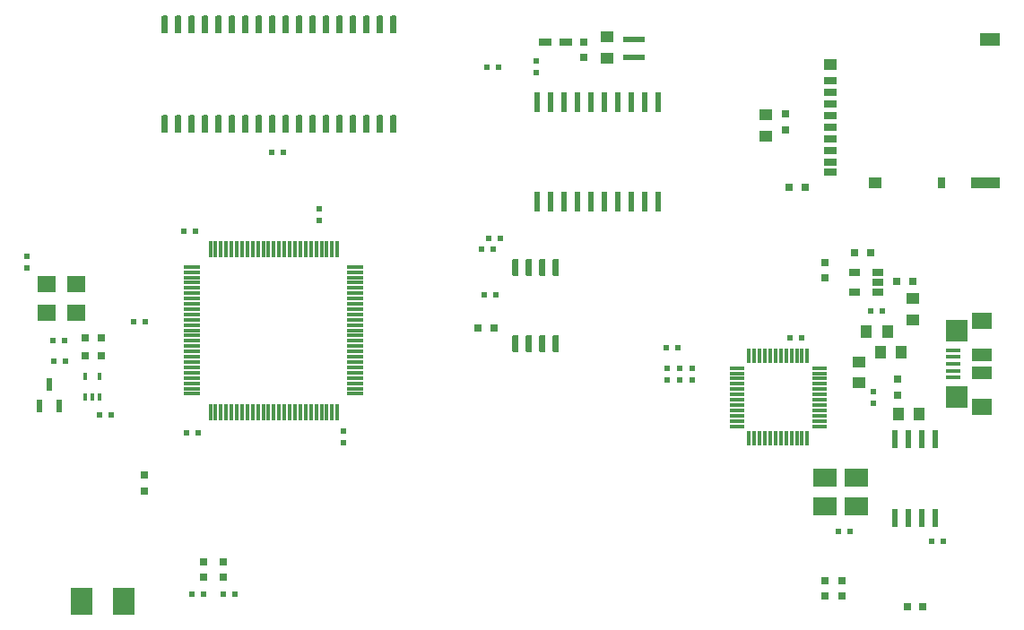
<source format=gtp>
G04 #@! TF.GenerationSoftware,KiCad,Pcbnew,(5.1.2)-1*
G04 #@! TF.CreationDate,2019-12-23T07:02:49+09:00*
G04 #@! TF.ProjectId,o2_breakout,6f325f62-7265-4616-9b6f-75742e6b6963,rev?*
G04 #@! TF.SameCoordinates,Original*
G04 #@! TF.FileFunction,Paste,Top*
G04 #@! TF.FilePolarity,Positive*
%FSLAX46Y46*%
G04 Gerber Fmt 4.6, Leading zero omitted, Abs format (unit mm)*
G04 Created by KiCad (PCBNEW (5.1.2)-1) date 2019-12-23 07:02:49*
%MOMM*%
%LPD*%
G04 APERTURE LIST*
%ADD10R,0.600000X1.300000*%
%ADD11R,1.800000X1.540000*%
%ADD12R,0.600000X0.500000*%
%ADD13R,0.750000X0.800000*%
%ADD14R,2.000000X2.500000*%
%ADD15R,0.300000X1.400000*%
%ADD16R,1.400000X0.300000*%
%ADD17R,1.250000X1.000000*%
%ADD18R,1.000000X1.250000*%
%ADD19R,0.800000X0.750000*%
%ADD20R,0.500000X0.600000*%
%ADD21R,2.000000X0.600000*%
%ADD22R,1.200000X0.750000*%
%ADD23C,0.100000*%
%ADD24C,0.600000*%
%ADD25R,0.400000X0.650000*%
%ADD26R,2.250000X1.760000*%
%ADD27R,1.900000X1.200000*%
%ADD28R,1.350000X0.400000*%
%ADD29R,1.900000X1.600000*%
%ADD30R,2.000000X2.100000*%
%ADD31R,0.600000X1.950000*%
%ADD32R,1.200000X0.700000*%
%ADD33R,1.200000X1.000000*%
%ADD34R,0.800000X1.000000*%
%ADD35R,2.800000X1.000000*%
%ADD36R,1.900000X1.300000*%
%ADD37R,0.550000X1.750000*%
%ADD38R,1.060000X0.650000*%
%ADD39R,1.500000X0.300000*%
%ADD40R,0.300000X1.500000*%
G04 APERTURE END LIST*
D10*
X105006100Y-109038100D03*
X106906100Y-109038100D03*
X105956100Y-106938100D03*
D11*
X105696560Y-97521880D03*
X105696560Y-100201880D03*
X108496560Y-100201880D03*
X108496560Y-97521880D03*
D12*
X147024000Y-98475800D03*
X148124000Y-98475800D03*
X147491360Y-93146880D03*
X148591360Y-93146880D03*
D13*
X179171600Y-96927100D03*
X179171600Y-95427100D03*
D14*
X113023400Y-127508000D03*
X109023400Y-127508000D03*
D15*
X172040000Y-104295000D03*
X172540000Y-104295000D03*
X173040000Y-104295000D03*
X173540000Y-104295000D03*
X174040000Y-104295000D03*
X174540000Y-104295000D03*
X175040000Y-104295000D03*
X175540000Y-104295000D03*
X176040000Y-104295000D03*
X176540000Y-104295000D03*
X177040000Y-104295000D03*
D16*
X178665000Y-105420000D03*
X178665000Y-105920000D03*
X178665000Y-106420000D03*
X178665000Y-106920000D03*
X178665000Y-107420000D03*
X178665000Y-107920000D03*
X178665000Y-108420000D03*
X178665000Y-108920000D03*
X178665000Y-109420000D03*
X178665000Y-109920000D03*
X178665000Y-110420000D03*
D15*
X177540000Y-112045000D03*
X177040000Y-112045000D03*
X176540000Y-112045000D03*
X176040000Y-112045000D03*
X175540000Y-112045000D03*
X175040000Y-112045000D03*
X174540000Y-112045000D03*
X174040000Y-112045000D03*
X173540000Y-112045000D03*
X173040000Y-112045000D03*
X172540000Y-112045000D03*
X172040000Y-112045000D03*
D16*
X170915000Y-110920000D03*
X170915000Y-110420000D03*
X170915000Y-109920000D03*
X170915000Y-109420000D03*
X170915000Y-108920000D03*
X170915000Y-108420000D03*
X170915000Y-107920000D03*
X170915000Y-107420000D03*
X170915000Y-106920000D03*
X170915000Y-106420000D03*
X170915000Y-105920000D03*
X170915000Y-105420000D03*
D15*
X177540000Y-104295000D03*
D16*
X178665000Y-110920000D03*
D17*
X182392320Y-106824020D03*
X182392320Y-104824020D03*
D18*
X184430160Y-103921560D03*
X186430160Y-103921560D03*
X183116980Y-101963220D03*
X185116980Y-101963220D03*
X186121800Y-109743240D03*
X188121800Y-109743240D03*
D19*
X187465400Y-97282000D03*
X185965400Y-97282000D03*
D12*
X165345200Y-103479600D03*
X164245200Y-103479600D03*
D20*
X166674800Y-105418800D03*
X166674800Y-106518800D03*
X165506400Y-105418800D03*
X165506400Y-106518800D03*
X164338000Y-105418800D03*
X164338000Y-106518800D03*
D12*
X148352600Y-77038200D03*
X147252600Y-77038200D03*
X122411400Y-126822200D03*
X123511400Y-126822200D03*
X107445900Y-104813100D03*
X106345900Y-104813100D03*
X120539600Y-126796800D03*
X119439600Y-126796800D03*
X107433200Y-102857300D03*
X106333200Y-102857300D03*
D13*
X156400500Y-76099100D03*
X156400500Y-74599100D03*
X175488600Y-82946940D03*
X175488600Y-81446940D03*
D17*
X173583600Y-81483200D03*
X173583600Y-83483200D03*
D12*
X180475800Y-120878600D03*
X181575800Y-120878600D03*
D19*
X188463620Y-127975360D03*
X186963620Y-127975360D03*
X183477600Y-94564200D03*
X181977600Y-94564200D03*
D17*
X187477400Y-98847400D03*
X187477400Y-100847400D03*
D13*
X114950240Y-117069300D03*
X114950240Y-115569300D03*
D20*
X131419600Y-91456600D03*
X131419600Y-90356600D03*
D17*
X158610300Y-76133200D03*
X158610300Y-74133200D03*
D21*
X161176020Y-76089880D03*
X161176020Y-74389880D03*
D13*
X122377200Y-123710000D03*
X122377200Y-125210000D03*
D19*
X110833600Y-104292400D03*
X109333600Y-104292400D03*
D13*
X120548400Y-123710000D03*
X120548400Y-125210000D03*
D19*
X110845600Y-102565200D03*
X109345600Y-102565200D03*
D13*
X180797200Y-125488000D03*
X180797200Y-126988000D03*
X179171600Y-125488000D03*
X179171600Y-126988000D03*
D20*
X103860600Y-95998120D03*
X103860600Y-94898120D03*
D22*
X154696200Y-74637900D03*
X152796200Y-74637900D03*
D12*
X119777600Y-92532200D03*
X118677600Y-92532200D03*
D23*
G36*
X150123203Y-95120722D02*
G01*
X150137764Y-95122882D01*
X150152043Y-95126459D01*
X150165903Y-95131418D01*
X150179210Y-95137712D01*
X150191836Y-95145280D01*
X150203659Y-95154048D01*
X150214566Y-95163934D01*
X150224452Y-95174841D01*
X150233220Y-95186664D01*
X150240788Y-95199290D01*
X150247082Y-95212597D01*
X150252041Y-95226457D01*
X150255618Y-95240736D01*
X150257778Y-95255297D01*
X150258500Y-95270000D01*
X150258500Y-96570000D01*
X150257778Y-96584703D01*
X150255618Y-96599264D01*
X150252041Y-96613543D01*
X150247082Y-96627403D01*
X150240788Y-96640710D01*
X150233220Y-96653336D01*
X150224452Y-96665159D01*
X150214566Y-96676066D01*
X150203659Y-96685952D01*
X150191836Y-96694720D01*
X150179210Y-96702288D01*
X150165903Y-96708582D01*
X150152043Y-96713541D01*
X150137764Y-96717118D01*
X150123203Y-96719278D01*
X150108500Y-96720000D01*
X149808500Y-96720000D01*
X149793797Y-96719278D01*
X149779236Y-96717118D01*
X149764957Y-96713541D01*
X149751097Y-96708582D01*
X149737790Y-96702288D01*
X149725164Y-96694720D01*
X149713341Y-96685952D01*
X149702434Y-96676066D01*
X149692548Y-96665159D01*
X149683780Y-96653336D01*
X149676212Y-96640710D01*
X149669918Y-96627403D01*
X149664959Y-96613543D01*
X149661382Y-96599264D01*
X149659222Y-96584703D01*
X149658500Y-96570000D01*
X149658500Y-95270000D01*
X149659222Y-95255297D01*
X149661382Y-95240736D01*
X149664959Y-95226457D01*
X149669918Y-95212597D01*
X149676212Y-95199290D01*
X149683780Y-95186664D01*
X149692548Y-95174841D01*
X149702434Y-95163934D01*
X149713341Y-95154048D01*
X149725164Y-95145280D01*
X149737790Y-95137712D01*
X149751097Y-95131418D01*
X149764957Y-95126459D01*
X149779236Y-95122882D01*
X149793797Y-95120722D01*
X149808500Y-95120000D01*
X150108500Y-95120000D01*
X150123203Y-95120722D01*
X150123203Y-95120722D01*
G37*
D24*
X149958500Y-95920000D03*
D23*
G36*
X151393203Y-95120722D02*
G01*
X151407764Y-95122882D01*
X151422043Y-95126459D01*
X151435903Y-95131418D01*
X151449210Y-95137712D01*
X151461836Y-95145280D01*
X151473659Y-95154048D01*
X151484566Y-95163934D01*
X151494452Y-95174841D01*
X151503220Y-95186664D01*
X151510788Y-95199290D01*
X151517082Y-95212597D01*
X151522041Y-95226457D01*
X151525618Y-95240736D01*
X151527778Y-95255297D01*
X151528500Y-95270000D01*
X151528500Y-96570000D01*
X151527778Y-96584703D01*
X151525618Y-96599264D01*
X151522041Y-96613543D01*
X151517082Y-96627403D01*
X151510788Y-96640710D01*
X151503220Y-96653336D01*
X151494452Y-96665159D01*
X151484566Y-96676066D01*
X151473659Y-96685952D01*
X151461836Y-96694720D01*
X151449210Y-96702288D01*
X151435903Y-96708582D01*
X151422043Y-96713541D01*
X151407764Y-96717118D01*
X151393203Y-96719278D01*
X151378500Y-96720000D01*
X151078500Y-96720000D01*
X151063797Y-96719278D01*
X151049236Y-96717118D01*
X151034957Y-96713541D01*
X151021097Y-96708582D01*
X151007790Y-96702288D01*
X150995164Y-96694720D01*
X150983341Y-96685952D01*
X150972434Y-96676066D01*
X150962548Y-96665159D01*
X150953780Y-96653336D01*
X150946212Y-96640710D01*
X150939918Y-96627403D01*
X150934959Y-96613543D01*
X150931382Y-96599264D01*
X150929222Y-96584703D01*
X150928500Y-96570000D01*
X150928500Y-95270000D01*
X150929222Y-95255297D01*
X150931382Y-95240736D01*
X150934959Y-95226457D01*
X150939918Y-95212597D01*
X150946212Y-95199290D01*
X150953780Y-95186664D01*
X150962548Y-95174841D01*
X150972434Y-95163934D01*
X150983341Y-95154048D01*
X150995164Y-95145280D01*
X151007790Y-95137712D01*
X151021097Y-95131418D01*
X151034957Y-95126459D01*
X151049236Y-95122882D01*
X151063797Y-95120722D01*
X151078500Y-95120000D01*
X151378500Y-95120000D01*
X151393203Y-95120722D01*
X151393203Y-95120722D01*
G37*
D24*
X151228500Y-95920000D03*
D23*
G36*
X152663203Y-95120722D02*
G01*
X152677764Y-95122882D01*
X152692043Y-95126459D01*
X152705903Y-95131418D01*
X152719210Y-95137712D01*
X152731836Y-95145280D01*
X152743659Y-95154048D01*
X152754566Y-95163934D01*
X152764452Y-95174841D01*
X152773220Y-95186664D01*
X152780788Y-95199290D01*
X152787082Y-95212597D01*
X152792041Y-95226457D01*
X152795618Y-95240736D01*
X152797778Y-95255297D01*
X152798500Y-95270000D01*
X152798500Y-96570000D01*
X152797778Y-96584703D01*
X152795618Y-96599264D01*
X152792041Y-96613543D01*
X152787082Y-96627403D01*
X152780788Y-96640710D01*
X152773220Y-96653336D01*
X152764452Y-96665159D01*
X152754566Y-96676066D01*
X152743659Y-96685952D01*
X152731836Y-96694720D01*
X152719210Y-96702288D01*
X152705903Y-96708582D01*
X152692043Y-96713541D01*
X152677764Y-96717118D01*
X152663203Y-96719278D01*
X152648500Y-96720000D01*
X152348500Y-96720000D01*
X152333797Y-96719278D01*
X152319236Y-96717118D01*
X152304957Y-96713541D01*
X152291097Y-96708582D01*
X152277790Y-96702288D01*
X152265164Y-96694720D01*
X152253341Y-96685952D01*
X152242434Y-96676066D01*
X152232548Y-96665159D01*
X152223780Y-96653336D01*
X152216212Y-96640710D01*
X152209918Y-96627403D01*
X152204959Y-96613543D01*
X152201382Y-96599264D01*
X152199222Y-96584703D01*
X152198500Y-96570000D01*
X152198500Y-95270000D01*
X152199222Y-95255297D01*
X152201382Y-95240736D01*
X152204959Y-95226457D01*
X152209918Y-95212597D01*
X152216212Y-95199290D01*
X152223780Y-95186664D01*
X152232548Y-95174841D01*
X152242434Y-95163934D01*
X152253341Y-95154048D01*
X152265164Y-95145280D01*
X152277790Y-95137712D01*
X152291097Y-95131418D01*
X152304957Y-95126459D01*
X152319236Y-95122882D01*
X152333797Y-95120722D01*
X152348500Y-95120000D01*
X152648500Y-95120000D01*
X152663203Y-95120722D01*
X152663203Y-95120722D01*
G37*
D24*
X152498500Y-95920000D03*
D23*
G36*
X153933203Y-95120722D02*
G01*
X153947764Y-95122882D01*
X153962043Y-95126459D01*
X153975903Y-95131418D01*
X153989210Y-95137712D01*
X154001836Y-95145280D01*
X154013659Y-95154048D01*
X154024566Y-95163934D01*
X154034452Y-95174841D01*
X154043220Y-95186664D01*
X154050788Y-95199290D01*
X154057082Y-95212597D01*
X154062041Y-95226457D01*
X154065618Y-95240736D01*
X154067778Y-95255297D01*
X154068500Y-95270000D01*
X154068500Y-96570000D01*
X154067778Y-96584703D01*
X154065618Y-96599264D01*
X154062041Y-96613543D01*
X154057082Y-96627403D01*
X154050788Y-96640710D01*
X154043220Y-96653336D01*
X154034452Y-96665159D01*
X154024566Y-96676066D01*
X154013659Y-96685952D01*
X154001836Y-96694720D01*
X153989210Y-96702288D01*
X153975903Y-96708582D01*
X153962043Y-96713541D01*
X153947764Y-96717118D01*
X153933203Y-96719278D01*
X153918500Y-96720000D01*
X153618500Y-96720000D01*
X153603797Y-96719278D01*
X153589236Y-96717118D01*
X153574957Y-96713541D01*
X153561097Y-96708582D01*
X153547790Y-96702288D01*
X153535164Y-96694720D01*
X153523341Y-96685952D01*
X153512434Y-96676066D01*
X153502548Y-96665159D01*
X153493780Y-96653336D01*
X153486212Y-96640710D01*
X153479918Y-96627403D01*
X153474959Y-96613543D01*
X153471382Y-96599264D01*
X153469222Y-96584703D01*
X153468500Y-96570000D01*
X153468500Y-95270000D01*
X153469222Y-95255297D01*
X153471382Y-95240736D01*
X153474959Y-95226457D01*
X153479918Y-95212597D01*
X153486212Y-95199290D01*
X153493780Y-95186664D01*
X153502548Y-95174841D01*
X153512434Y-95163934D01*
X153523341Y-95154048D01*
X153535164Y-95145280D01*
X153547790Y-95137712D01*
X153561097Y-95131418D01*
X153574957Y-95126459D01*
X153589236Y-95122882D01*
X153603797Y-95120722D01*
X153618500Y-95120000D01*
X153918500Y-95120000D01*
X153933203Y-95120722D01*
X153933203Y-95120722D01*
G37*
D24*
X153768500Y-95920000D03*
D23*
G36*
X153933203Y-102320722D02*
G01*
X153947764Y-102322882D01*
X153962043Y-102326459D01*
X153975903Y-102331418D01*
X153989210Y-102337712D01*
X154001836Y-102345280D01*
X154013659Y-102354048D01*
X154024566Y-102363934D01*
X154034452Y-102374841D01*
X154043220Y-102386664D01*
X154050788Y-102399290D01*
X154057082Y-102412597D01*
X154062041Y-102426457D01*
X154065618Y-102440736D01*
X154067778Y-102455297D01*
X154068500Y-102470000D01*
X154068500Y-103770000D01*
X154067778Y-103784703D01*
X154065618Y-103799264D01*
X154062041Y-103813543D01*
X154057082Y-103827403D01*
X154050788Y-103840710D01*
X154043220Y-103853336D01*
X154034452Y-103865159D01*
X154024566Y-103876066D01*
X154013659Y-103885952D01*
X154001836Y-103894720D01*
X153989210Y-103902288D01*
X153975903Y-103908582D01*
X153962043Y-103913541D01*
X153947764Y-103917118D01*
X153933203Y-103919278D01*
X153918500Y-103920000D01*
X153618500Y-103920000D01*
X153603797Y-103919278D01*
X153589236Y-103917118D01*
X153574957Y-103913541D01*
X153561097Y-103908582D01*
X153547790Y-103902288D01*
X153535164Y-103894720D01*
X153523341Y-103885952D01*
X153512434Y-103876066D01*
X153502548Y-103865159D01*
X153493780Y-103853336D01*
X153486212Y-103840710D01*
X153479918Y-103827403D01*
X153474959Y-103813543D01*
X153471382Y-103799264D01*
X153469222Y-103784703D01*
X153468500Y-103770000D01*
X153468500Y-102470000D01*
X153469222Y-102455297D01*
X153471382Y-102440736D01*
X153474959Y-102426457D01*
X153479918Y-102412597D01*
X153486212Y-102399290D01*
X153493780Y-102386664D01*
X153502548Y-102374841D01*
X153512434Y-102363934D01*
X153523341Y-102354048D01*
X153535164Y-102345280D01*
X153547790Y-102337712D01*
X153561097Y-102331418D01*
X153574957Y-102326459D01*
X153589236Y-102322882D01*
X153603797Y-102320722D01*
X153618500Y-102320000D01*
X153918500Y-102320000D01*
X153933203Y-102320722D01*
X153933203Y-102320722D01*
G37*
D24*
X153768500Y-103120000D03*
D23*
G36*
X152663203Y-102320722D02*
G01*
X152677764Y-102322882D01*
X152692043Y-102326459D01*
X152705903Y-102331418D01*
X152719210Y-102337712D01*
X152731836Y-102345280D01*
X152743659Y-102354048D01*
X152754566Y-102363934D01*
X152764452Y-102374841D01*
X152773220Y-102386664D01*
X152780788Y-102399290D01*
X152787082Y-102412597D01*
X152792041Y-102426457D01*
X152795618Y-102440736D01*
X152797778Y-102455297D01*
X152798500Y-102470000D01*
X152798500Y-103770000D01*
X152797778Y-103784703D01*
X152795618Y-103799264D01*
X152792041Y-103813543D01*
X152787082Y-103827403D01*
X152780788Y-103840710D01*
X152773220Y-103853336D01*
X152764452Y-103865159D01*
X152754566Y-103876066D01*
X152743659Y-103885952D01*
X152731836Y-103894720D01*
X152719210Y-103902288D01*
X152705903Y-103908582D01*
X152692043Y-103913541D01*
X152677764Y-103917118D01*
X152663203Y-103919278D01*
X152648500Y-103920000D01*
X152348500Y-103920000D01*
X152333797Y-103919278D01*
X152319236Y-103917118D01*
X152304957Y-103913541D01*
X152291097Y-103908582D01*
X152277790Y-103902288D01*
X152265164Y-103894720D01*
X152253341Y-103885952D01*
X152242434Y-103876066D01*
X152232548Y-103865159D01*
X152223780Y-103853336D01*
X152216212Y-103840710D01*
X152209918Y-103827403D01*
X152204959Y-103813543D01*
X152201382Y-103799264D01*
X152199222Y-103784703D01*
X152198500Y-103770000D01*
X152198500Y-102470000D01*
X152199222Y-102455297D01*
X152201382Y-102440736D01*
X152204959Y-102426457D01*
X152209918Y-102412597D01*
X152216212Y-102399290D01*
X152223780Y-102386664D01*
X152232548Y-102374841D01*
X152242434Y-102363934D01*
X152253341Y-102354048D01*
X152265164Y-102345280D01*
X152277790Y-102337712D01*
X152291097Y-102331418D01*
X152304957Y-102326459D01*
X152319236Y-102322882D01*
X152333797Y-102320722D01*
X152348500Y-102320000D01*
X152648500Y-102320000D01*
X152663203Y-102320722D01*
X152663203Y-102320722D01*
G37*
D24*
X152498500Y-103120000D03*
D23*
G36*
X151393203Y-102320722D02*
G01*
X151407764Y-102322882D01*
X151422043Y-102326459D01*
X151435903Y-102331418D01*
X151449210Y-102337712D01*
X151461836Y-102345280D01*
X151473659Y-102354048D01*
X151484566Y-102363934D01*
X151494452Y-102374841D01*
X151503220Y-102386664D01*
X151510788Y-102399290D01*
X151517082Y-102412597D01*
X151522041Y-102426457D01*
X151525618Y-102440736D01*
X151527778Y-102455297D01*
X151528500Y-102470000D01*
X151528500Y-103770000D01*
X151527778Y-103784703D01*
X151525618Y-103799264D01*
X151522041Y-103813543D01*
X151517082Y-103827403D01*
X151510788Y-103840710D01*
X151503220Y-103853336D01*
X151494452Y-103865159D01*
X151484566Y-103876066D01*
X151473659Y-103885952D01*
X151461836Y-103894720D01*
X151449210Y-103902288D01*
X151435903Y-103908582D01*
X151422043Y-103913541D01*
X151407764Y-103917118D01*
X151393203Y-103919278D01*
X151378500Y-103920000D01*
X151078500Y-103920000D01*
X151063797Y-103919278D01*
X151049236Y-103917118D01*
X151034957Y-103913541D01*
X151021097Y-103908582D01*
X151007790Y-103902288D01*
X150995164Y-103894720D01*
X150983341Y-103885952D01*
X150972434Y-103876066D01*
X150962548Y-103865159D01*
X150953780Y-103853336D01*
X150946212Y-103840710D01*
X150939918Y-103827403D01*
X150934959Y-103813543D01*
X150931382Y-103799264D01*
X150929222Y-103784703D01*
X150928500Y-103770000D01*
X150928500Y-102470000D01*
X150929222Y-102455297D01*
X150931382Y-102440736D01*
X150934959Y-102426457D01*
X150939918Y-102412597D01*
X150946212Y-102399290D01*
X150953780Y-102386664D01*
X150962548Y-102374841D01*
X150972434Y-102363934D01*
X150983341Y-102354048D01*
X150995164Y-102345280D01*
X151007790Y-102337712D01*
X151021097Y-102331418D01*
X151034957Y-102326459D01*
X151049236Y-102322882D01*
X151063797Y-102320722D01*
X151078500Y-102320000D01*
X151378500Y-102320000D01*
X151393203Y-102320722D01*
X151393203Y-102320722D01*
G37*
D24*
X151228500Y-103120000D03*
D23*
G36*
X150123203Y-102320722D02*
G01*
X150137764Y-102322882D01*
X150152043Y-102326459D01*
X150165903Y-102331418D01*
X150179210Y-102337712D01*
X150191836Y-102345280D01*
X150203659Y-102354048D01*
X150214566Y-102363934D01*
X150224452Y-102374841D01*
X150233220Y-102386664D01*
X150240788Y-102399290D01*
X150247082Y-102412597D01*
X150252041Y-102426457D01*
X150255618Y-102440736D01*
X150257778Y-102455297D01*
X150258500Y-102470000D01*
X150258500Y-103770000D01*
X150257778Y-103784703D01*
X150255618Y-103799264D01*
X150252041Y-103813543D01*
X150247082Y-103827403D01*
X150240788Y-103840710D01*
X150233220Y-103853336D01*
X150224452Y-103865159D01*
X150214566Y-103876066D01*
X150203659Y-103885952D01*
X150191836Y-103894720D01*
X150179210Y-103902288D01*
X150165903Y-103908582D01*
X150152043Y-103913541D01*
X150137764Y-103917118D01*
X150123203Y-103919278D01*
X150108500Y-103920000D01*
X149808500Y-103920000D01*
X149793797Y-103919278D01*
X149779236Y-103917118D01*
X149764957Y-103913541D01*
X149751097Y-103908582D01*
X149737790Y-103902288D01*
X149725164Y-103894720D01*
X149713341Y-103885952D01*
X149702434Y-103876066D01*
X149692548Y-103865159D01*
X149683780Y-103853336D01*
X149676212Y-103840710D01*
X149669918Y-103827403D01*
X149664959Y-103813543D01*
X149661382Y-103799264D01*
X149659222Y-103784703D01*
X149658500Y-103770000D01*
X149658500Y-102470000D01*
X149659222Y-102455297D01*
X149661382Y-102440736D01*
X149664959Y-102426457D01*
X149669918Y-102412597D01*
X149676212Y-102399290D01*
X149683780Y-102386664D01*
X149692548Y-102374841D01*
X149702434Y-102363934D01*
X149713341Y-102354048D01*
X149725164Y-102345280D01*
X149737790Y-102337712D01*
X149751097Y-102331418D01*
X149764957Y-102326459D01*
X149779236Y-102322882D01*
X149793797Y-102320722D01*
X149808500Y-102320000D01*
X150108500Y-102320000D01*
X150123203Y-102320722D01*
X150123203Y-102320722D01*
G37*
D24*
X149958500Y-103120000D03*
D25*
X109382800Y-108150700D03*
X110682800Y-108150700D03*
X110032800Y-108150700D03*
X110682800Y-106250700D03*
X109382800Y-106250700D03*
D20*
X183766460Y-108731140D03*
X183766460Y-107631140D03*
D19*
X177315000Y-88344000D03*
X175815000Y-88344000D03*
D26*
X182160440Y-118512580D03*
X182160440Y-115812580D03*
X179210440Y-115812580D03*
X179210440Y-118512580D03*
D12*
X110676600Y-109816900D03*
X111776600Y-109816900D03*
D19*
X146437920Y-101655880D03*
X147937920Y-101655880D03*
D13*
X186055000Y-107953240D03*
X186055000Y-106453240D03*
D20*
X151914860Y-77489140D03*
X151914860Y-76389140D03*
D12*
X183490780Y-100070920D03*
X184590780Y-100070920D03*
X190389600Y-121780300D03*
X189289600Y-121780300D03*
X177029200Y-102590600D03*
X175929200Y-102590600D03*
X119980800Y-111531400D03*
X118880800Y-111531400D03*
X147910640Y-94206060D03*
X146810640Y-94206060D03*
D20*
X133731000Y-111413200D03*
X133731000Y-112513200D03*
D27*
X193992500Y-104179000D03*
X193992500Y-105879000D03*
D28*
X191317500Y-106329000D03*
X191317500Y-105679000D03*
X191317500Y-105029000D03*
X191317500Y-104379000D03*
X191317500Y-103729000D03*
D29*
X193992500Y-100929000D03*
X193992500Y-109129000D03*
D30*
X191642500Y-101929000D03*
X191642500Y-108129000D03*
D23*
G36*
X138629703Y-81526722D02*
G01*
X138644264Y-81528882D01*
X138658543Y-81532459D01*
X138672403Y-81537418D01*
X138685710Y-81543712D01*
X138698336Y-81551280D01*
X138710159Y-81560048D01*
X138721066Y-81569934D01*
X138730952Y-81580841D01*
X138739720Y-81592664D01*
X138747288Y-81605290D01*
X138753582Y-81618597D01*
X138758541Y-81632457D01*
X138762118Y-81646736D01*
X138764278Y-81661297D01*
X138765000Y-81676000D01*
X138765000Y-83076000D01*
X138764278Y-83090703D01*
X138762118Y-83105264D01*
X138758541Y-83119543D01*
X138753582Y-83133403D01*
X138747288Y-83146710D01*
X138739720Y-83159336D01*
X138730952Y-83171159D01*
X138721066Y-83182066D01*
X138710159Y-83191952D01*
X138698336Y-83200720D01*
X138685710Y-83208288D01*
X138672403Y-83214582D01*
X138658543Y-83219541D01*
X138644264Y-83223118D01*
X138629703Y-83225278D01*
X138615000Y-83226000D01*
X138315000Y-83226000D01*
X138300297Y-83225278D01*
X138285736Y-83223118D01*
X138271457Y-83219541D01*
X138257597Y-83214582D01*
X138244290Y-83208288D01*
X138231664Y-83200720D01*
X138219841Y-83191952D01*
X138208934Y-83182066D01*
X138199048Y-83171159D01*
X138190280Y-83159336D01*
X138182712Y-83146710D01*
X138176418Y-83133403D01*
X138171459Y-83119543D01*
X138167882Y-83105264D01*
X138165722Y-83090703D01*
X138165000Y-83076000D01*
X138165000Y-81676000D01*
X138165722Y-81661297D01*
X138167882Y-81646736D01*
X138171459Y-81632457D01*
X138176418Y-81618597D01*
X138182712Y-81605290D01*
X138190280Y-81592664D01*
X138199048Y-81580841D01*
X138208934Y-81569934D01*
X138219841Y-81560048D01*
X138231664Y-81551280D01*
X138244290Y-81543712D01*
X138257597Y-81537418D01*
X138271457Y-81532459D01*
X138285736Y-81528882D01*
X138300297Y-81526722D01*
X138315000Y-81526000D01*
X138615000Y-81526000D01*
X138629703Y-81526722D01*
X138629703Y-81526722D01*
G37*
D24*
X138465000Y-82376000D03*
D23*
G36*
X137359703Y-81526722D02*
G01*
X137374264Y-81528882D01*
X137388543Y-81532459D01*
X137402403Y-81537418D01*
X137415710Y-81543712D01*
X137428336Y-81551280D01*
X137440159Y-81560048D01*
X137451066Y-81569934D01*
X137460952Y-81580841D01*
X137469720Y-81592664D01*
X137477288Y-81605290D01*
X137483582Y-81618597D01*
X137488541Y-81632457D01*
X137492118Y-81646736D01*
X137494278Y-81661297D01*
X137495000Y-81676000D01*
X137495000Y-83076000D01*
X137494278Y-83090703D01*
X137492118Y-83105264D01*
X137488541Y-83119543D01*
X137483582Y-83133403D01*
X137477288Y-83146710D01*
X137469720Y-83159336D01*
X137460952Y-83171159D01*
X137451066Y-83182066D01*
X137440159Y-83191952D01*
X137428336Y-83200720D01*
X137415710Y-83208288D01*
X137402403Y-83214582D01*
X137388543Y-83219541D01*
X137374264Y-83223118D01*
X137359703Y-83225278D01*
X137345000Y-83226000D01*
X137045000Y-83226000D01*
X137030297Y-83225278D01*
X137015736Y-83223118D01*
X137001457Y-83219541D01*
X136987597Y-83214582D01*
X136974290Y-83208288D01*
X136961664Y-83200720D01*
X136949841Y-83191952D01*
X136938934Y-83182066D01*
X136929048Y-83171159D01*
X136920280Y-83159336D01*
X136912712Y-83146710D01*
X136906418Y-83133403D01*
X136901459Y-83119543D01*
X136897882Y-83105264D01*
X136895722Y-83090703D01*
X136895000Y-83076000D01*
X136895000Y-81676000D01*
X136895722Y-81661297D01*
X136897882Y-81646736D01*
X136901459Y-81632457D01*
X136906418Y-81618597D01*
X136912712Y-81605290D01*
X136920280Y-81592664D01*
X136929048Y-81580841D01*
X136938934Y-81569934D01*
X136949841Y-81560048D01*
X136961664Y-81551280D01*
X136974290Y-81543712D01*
X136987597Y-81537418D01*
X137001457Y-81532459D01*
X137015736Y-81528882D01*
X137030297Y-81526722D01*
X137045000Y-81526000D01*
X137345000Y-81526000D01*
X137359703Y-81526722D01*
X137359703Y-81526722D01*
G37*
D24*
X137195000Y-82376000D03*
D23*
G36*
X136089703Y-81526722D02*
G01*
X136104264Y-81528882D01*
X136118543Y-81532459D01*
X136132403Y-81537418D01*
X136145710Y-81543712D01*
X136158336Y-81551280D01*
X136170159Y-81560048D01*
X136181066Y-81569934D01*
X136190952Y-81580841D01*
X136199720Y-81592664D01*
X136207288Y-81605290D01*
X136213582Y-81618597D01*
X136218541Y-81632457D01*
X136222118Y-81646736D01*
X136224278Y-81661297D01*
X136225000Y-81676000D01*
X136225000Y-83076000D01*
X136224278Y-83090703D01*
X136222118Y-83105264D01*
X136218541Y-83119543D01*
X136213582Y-83133403D01*
X136207288Y-83146710D01*
X136199720Y-83159336D01*
X136190952Y-83171159D01*
X136181066Y-83182066D01*
X136170159Y-83191952D01*
X136158336Y-83200720D01*
X136145710Y-83208288D01*
X136132403Y-83214582D01*
X136118543Y-83219541D01*
X136104264Y-83223118D01*
X136089703Y-83225278D01*
X136075000Y-83226000D01*
X135775000Y-83226000D01*
X135760297Y-83225278D01*
X135745736Y-83223118D01*
X135731457Y-83219541D01*
X135717597Y-83214582D01*
X135704290Y-83208288D01*
X135691664Y-83200720D01*
X135679841Y-83191952D01*
X135668934Y-83182066D01*
X135659048Y-83171159D01*
X135650280Y-83159336D01*
X135642712Y-83146710D01*
X135636418Y-83133403D01*
X135631459Y-83119543D01*
X135627882Y-83105264D01*
X135625722Y-83090703D01*
X135625000Y-83076000D01*
X135625000Y-81676000D01*
X135625722Y-81661297D01*
X135627882Y-81646736D01*
X135631459Y-81632457D01*
X135636418Y-81618597D01*
X135642712Y-81605290D01*
X135650280Y-81592664D01*
X135659048Y-81580841D01*
X135668934Y-81569934D01*
X135679841Y-81560048D01*
X135691664Y-81551280D01*
X135704290Y-81543712D01*
X135717597Y-81537418D01*
X135731457Y-81532459D01*
X135745736Y-81528882D01*
X135760297Y-81526722D01*
X135775000Y-81526000D01*
X136075000Y-81526000D01*
X136089703Y-81526722D01*
X136089703Y-81526722D01*
G37*
D24*
X135925000Y-82376000D03*
D23*
G36*
X134819703Y-81526722D02*
G01*
X134834264Y-81528882D01*
X134848543Y-81532459D01*
X134862403Y-81537418D01*
X134875710Y-81543712D01*
X134888336Y-81551280D01*
X134900159Y-81560048D01*
X134911066Y-81569934D01*
X134920952Y-81580841D01*
X134929720Y-81592664D01*
X134937288Y-81605290D01*
X134943582Y-81618597D01*
X134948541Y-81632457D01*
X134952118Y-81646736D01*
X134954278Y-81661297D01*
X134955000Y-81676000D01*
X134955000Y-83076000D01*
X134954278Y-83090703D01*
X134952118Y-83105264D01*
X134948541Y-83119543D01*
X134943582Y-83133403D01*
X134937288Y-83146710D01*
X134929720Y-83159336D01*
X134920952Y-83171159D01*
X134911066Y-83182066D01*
X134900159Y-83191952D01*
X134888336Y-83200720D01*
X134875710Y-83208288D01*
X134862403Y-83214582D01*
X134848543Y-83219541D01*
X134834264Y-83223118D01*
X134819703Y-83225278D01*
X134805000Y-83226000D01*
X134505000Y-83226000D01*
X134490297Y-83225278D01*
X134475736Y-83223118D01*
X134461457Y-83219541D01*
X134447597Y-83214582D01*
X134434290Y-83208288D01*
X134421664Y-83200720D01*
X134409841Y-83191952D01*
X134398934Y-83182066D01*
X134389048Y-83171159D01*
X134380280Y-83159336D01*
X134372712Y-83146710D01*
X134366418Y-83133403D01*
X134361459Y-83119543D01*
X134357882Y-83105264D01*
X134355722Y-83090703D01*
X134355000Y-83076000D01*
X134355000Y-81676000D01*
X134355722Y-81661297D01*
X134357882Y-81646736D01*
X134361459Y-81632457D01*
X134366418Y-81618597D01*
X134372712Y-81605290D01*
X134380280Y-81592664D01*
X134389048Y-81580841D01*
X134398934Y-81569934D01*
X134409841Y-81560048D01*
X134421664Y-81551280D01*
X134434290Y-81543712D01*
X134447597Y-81537418D01*
X134461457Y-81532459D01*
X134475736Y-81528882D01*
X134490297Y-81526722D01*
X134505000Y-81526000D01*
X134805000Y-81526000D01*
X134819703Y-81526722D01*
X134819703Y-81526722D01*
G37*
D24*
X134655000Y-82376000D03*
D23*
G36*
X133549703Y-81526722D02*
G01*
X133564264Y-81528882D01*
X133578543Y-81532459D01*
X133592403Y-81537418D01*
X133605710Y-81543712D01*
X133618336Y-81551280D01*
X133630159Y-81560048D01*
X133641066Y-81569934D01*
X133650952Y-81580841D01*
X133659720Y-81592664D01*
X133667288Y-81605290D01*
X133673582Y-81618597D01*
X133678541Y-81632457D01*
X133682118Y-81646736D01*
X133684278Y-81661297D01*
X133685000Y-81676000D01*
X133685000Y-83076000D01*
X133684278Y-83090703D01*
X133682118Y-83105264D01*
X133678541Y-83119543D01*
X133673582Y-83133403D01*
X133667288Y-83146710D01*
X133659720Y-83159336D01*
X133650952Y-83171159D01*
X133641066Y-83182066D01*
X133630159Y-83191952D01*
X133618336Y-83200720D01*
X133605710Y-83208288D01*
X133592403Y-83214582D01*
X133578543Y-83219541D01*
X133564264Y-83223118D01*
X133549703Y-83225278D01*
X133535000Y-83226000D01*
X133235000Y-83226000D01*
X133220297Y-83225278D01*
X133205736Y-83223118D01*
X133191457Y-83219541D01*
X133177597Y-83214582D01*
X133164290Y-83208288D01*
X133151664Y-83200720D01*
X133139841Y-83191952D01*
X133128934Y-83182066D01*
X133119048Y-83171159D01*
X133110280Y-83159336D01*
X133102712Y-83146710D01*
X133096418Y-83133403D01*
X133091459Y-83119543D01*
X133087882Y-83105264D01*
X133085722Y-83090703D01*
X133085000Y-83076000D01*
X133085000Y-81676000D01*
X133085722Y-81661297D01*
X133087882Y-81646736D01*
X133091459Y-81632457D01*
X133096418Y-81618597D01*
X133102712Y-81605290D01*
X133110280Y-81592664D01*
X133119048Y-81580841D01*
X133128934Y-81569934D01*
X133139841Y-81560048D01*
X133151664Y-81551280D01*
X133164290Y-81543712D01*
X133177597Y-81537418D01*
X133191457Y-81532459D01*
X133205736Y-81528882D01*
X133220297Y-81526722D01*
X133235000Y-81526000D01*
X133535000Y-81526000D01*
X133549703Y-81526722D01*
X133549703Y-81526722D01*
G37*
D24*
X133385000Y-82376000D03*
D23*
G36*
X132279703Y-81526722D02*
G01*
X132294264Y-81528882D01*
X132308543Y-81532459D01*
X132322403Y-81537418D01*
X132335710Y-81543712D01*
X132348336Y-81551280D01*
X132360159Y-81560048D01*
X132371066Y-81569934D01*
X132380952Y-81580841D01*
X132389720Y-81592664D01*
X132397288Y-81605290D01*
X132403582Y-81618597D01*
X132408541Y-81632457D01*
X132412118Y-81646736D01*
X132414278Y-81661297D01*
X132415000Y-81676000D01*
X132415000Y-83076000D01*
X132414278Y-83090703D01*
X132412118Y-83105264D01*
X132408541Y-83119543D01*
X132403582Y-83133403D01*
X132397288Y-83146710D01*
X132389720Y-83159336D01*
X132380952Y-83171159D01*
X132371066Y-83182066D01*
X132360159Y-83191952D01*
X132348336Y-83200720D01*
X132335710Y-83208288D01*
X132322403Y-83214582D01*
X132308543Y-83219541D01*
X132294264Y-83223118D01*
X132279703Y-83225278D01*
X132265000Y-83226000D01*
X131965000Y-83226000D01*
X131950297Y-83225278D01*
X131935736Y-83223118D01*
X131921457Y-83219541D01*
X131907597Y-83214582D01*
X131894290Y-83208288D01*
X131881664Y-83200720D01*
X131869841Y-83191952D01*
X131858934Y-83182066D01*
X131849048Y-83171159D01*
X131840280Y-83159336D01*
X131832712Y-83146710D01*
X131826418Y-83133403D01*
X131821459Y-83119543D01*
X131817882Y-83105264D01*
X131815722Y-83090703D01*
X131815000Y-83076000D01*
X131815000Y-81676000D01*
X131815722Y-81661297D01*
X131817882Y-81646736D01*
X131821459Y-81632457D01*
X131826418Y-81618597D01*
X131832712Y-81605290D01*
X131840280Y-81592664D01*
X131849048Y-81580841D01*
X131858934Y-81569934D01*
X131869841Y-81560048D01*
X131881664Y-81551280D01*
X131894290Y-81543712D01*
X131907597Y-81537418D01*
X131921457Y-81532459D01*
X131935736Y-81528882D01*
X131950297Y-81526722D01*
X131965000Y-81526000D01*
X132265000Y-81526000D01*
X132279703Y-81526722D01*
X132279703Y-81526722D01*
G37*
D24*
X132115000Y-82376000D03*
D23*
G36*
X131009703Y-81526722D02*
G01*
X131024264Y-81528882D01*
X131038543Y-81532459D01*
X131052403Y-81537418D01*
X131065710Y-81543712D01*
X131078336Y-81551280D01*
X131090159Y-81560048D01*
X131101066Y-81569934D01*
X131110952Y-81580841D01*
X131119720Y-81592664D01*
X131127288Y-81605290D01*
X131133582Y-81618597D01*
X131138541Y-81632457D01*
X131142118Y-81646736D01*
X131144278Y-81661297D01*
X131145000Y-81676000D01*
X131145000Y-83076000D01*
X131144278Y-83090703D01*
X131142118Y-83105264D01*
X131138541Y-83119543D01*
X131133582Y-83133403D01*
X131127288Y-83146710D01*
X131119720Y-83159336D01*
X131110952Y-83171159D01*
X131101066Y-83182066D01*
X131090159Y-83191952D01*
X131078336Y-83200720D01*
X131065710Y-83208288D01*
X131052403Y-83214582D01*
X131038543Y-83219541D01*
X131024264Y-83223118D01*
X131009703Y-83225278D01*
X130995000Y-83226000D01*
X130695000Y-83226000D01*
X130680297Y-83225278D01*
X130665736Y-83223118D01*
X130651457Y-83219541D01*
X130637597Y-83214582D01*
X130624290Y-83208288D01*
X130611664Y-83200720D01*
X130599841Y-83191952D01*
X130588934Y-83182066D01*
X130579048Y-83171159D01*
X130570280Y-83159336D01*
X130562712Y-83146710D01*
X130556418Y-83133403D01*
X130551459Y-83119543D01*
X130547882Y-83105264D01*
X130545722Y-83090703D01*
X130545000Y-83076000D01*
X130545000Y-81676000D01*
X130545722Y-81661297D01*
X130547882Y-81646736D01*
X130551459Y-81632457D01*
X130556418Y-81618597D01*
X130562712Y-81605290D01*
X130570280Y-81592664D01*
X130579048Y-81580841D01*
X130588934Y-81569934D01*
X130599841Y-81560048D01*
X130611664Y-81551280D01*
X130624290Y-81543712D01*
X130637597Y-81537418D01*
X130651457Y-81532459D01*
X130665736Y-81528882D01*
X130680297Y-81526722D01*
X130695000Y-81526000D01*
X130995000Y-81526000D01*
X131009703Y-81526722D01*
X131009703Y-81526722D01*
G37*
D24*
X130845000Y-82376000D03*
D23*
G36*
X129739703Y-81526722D02*
G01*
X129754264Y-81528882D01*
X129768543Y-81532459D01*
X129782403Y-81537418D01*
X129795710Y-81543712D01*
X129808336Y-81551280D01*
X129820159Y-81560048D01*
X129831066Y-81569934D01*
X129840952Y-81580841D01*
X129849720Y-81592664D01*
X129857288Y-81605290D01*
X129863582Y-81618597D01*
X129868541Y-81632457D01*
X129872118Y-81646736D01*
X129874278Y-81661297D01*
X129875000Y-81676000D01*
X129875000Y-83076000D01*
X129874278Y-83090703D01*
X129872118Y-83105264D01*
X129868541Y-83119543D01*
X129863582Y-83133403D01*
X129857288Y-83146710D01*
X129849720Y-83159336D01*
X129840952Y-83171159D01*
X129831066Y-83182066D01*
X129820159Y-83191952D01*
X129808336Y-83200720D01*
X129795710Y-83208288D01*
X129782403Y-83214582D01*
X129768543Y-83219541D01*
X129754264Y-83223118D01*
X129739703Y-83225278D01*
X129725000Y-83226000D01*
X129425000Y-83226000D01*
X129410297Y-83225278D01*
X129395736Y-83223118D01*
X129381457Y-83219541D01*
X129367597Y-83214582D01*
X129354290Y-83208288D01*
X129341664Y-83200720D01*
X129329841Y-83191952D01*
X129318934Y-83182066D01*
X129309048Y-83171159D01*
X129300280Y-83159336D01*
X129292712Y-83146710D01*
X129286418Y-83133403D01*
X129281459Y-83119543D01*
X129277882Y-83105264D01*
X129275722Y-83090703D01*
X129275000Y-83076000D01*
X129275000Y-81676000D01*
X129275722Y-81661297D01*
X129277882Y-81646736D01*
X129281459Y-81632457D01*
X129286418Y-81618597D01*
X129292712Y-81605290D01*
X129300280Y-81592664D01*
X129309048Y-81580841D01*
X129318934Y-81569934D01*
X129329841Y-81560048D01*
X129341664Y-81551280D01*
X129354290Y-81543712D01*
X129367597Y-81537418D01*
X129381457Y-81532459D01*
X129395736Y-81528882D01*
X129410297Y-81526722D01*
X129425000Y-81526000D01*
X129725000Y-81526000D01*
X129739703Y-81526722D01*
X129739703Y-81526722D01*
G37*
D24*
X129575000Y-82376000D03*
D23*
G36*
X128469703Y-81526722D02*
G01*
X128484264Y-81528882D01*
X128498543Y-81532459D01*
X128512403Y-81537418D01*
X128525710Y-81543712D01*
X128538336Y-81551280D01*
X128550159Y-81560048D01*
X128561066Y-81569934D01*
X128570952Y-81580841D01*
X128579720Y-81592664D01*
X128587288Y-81605290D01*
X128593582Y-81618597D01*
X128598541Y-81632457D01*
X128602118Y-81646736D01*
X128604278Y-81661297D01*
X128605000Y-81676000D01*
X128605000Y-83076000D01*
X128604278Y-83090703D01*
X128602118Y-83105264D01*
X128598541Y-83119543D01*
X128593582Y-83133403D01*
X128587288Y-83146710D01*
X128579720Y-83159336D01*
X128570952Y-83171159D01*
X128561066Y-83182066D01*
X128550159Y-83191952D01*
X128538336Y-83200720D01*
X128525710Y-83208288D01*
X128512403Y-83214582D01*
X128498543Y-83219541D01*
X128484264Y-83223118D01*
X128469703Y-83225278D01*
X128455000Y-83226000D01*
X128155000Y-83226000D01*
X128140297Y-83225278D01*
X128125736Y-83223118D01*
X128111457Y-83219541D01*
X128097597Y-83214582D01*
X128084290Y-83208288D01*
X128071664Y-83200720D01*
X128059841Y-83191952D01*
X128048934Y-83182066D01*
X128039048Y-83171159D01*
X128030280Y-83159336D01*
X128022712Y-83146710D01*
X128016418Y-83133403D01*
X128011459Y-83119543D01*
X128007882Y-83105264D01*
X128005722Y-83090703D01*
X128005000Y-83076000D01*
X128005000Y-81676000D01*
X128005722Y-81661297D01*
X128007882Y-81646736D01*
X128011459Y-81632457D01*
X128016418Y-81618597D01*
X128022712Y-81605290D01*
X128030280Y-81592664D01*
X128039048Y-81580841D01*
X128048934Y-81569934D01*
X128059841Y-81560048D01*
X128071664Y-81551280D01*
X128084290Y-81543712D01*
X128097597Y-81537418D01*
X128111457Y-81532459D01*
X128125736Y-81528882D01*
X128140297Y-81526722D01*
X128155000Y-81526000D01*
X128455000Y-81526000D01*
X128469703Y-81526722D01*
X128469703Y-81526722D01*
G37*
D24*
X128305000Y-82376000D03*
D23*
G36*
X127199703Y-81526722D02*
G01*
X127214264Y-81528882D01*
X127228543Y-81532459D01*
X127242403Y-81537418D01*
X127255710Y-81543712D01*
X127268336Y-81551280D01*
X127280159Y-81560048D01*
X127291066Y-81569934D01*
X127300952Y-81580841D01*
X127309720Y-81592664D01*
X127317288Y-81605290D01*
X127323582Y-81618597D01*
X127328541Y-81632457D01*
X127332118Y-81646736D01*
X127334278Y-81661297D01*
X127335000Y-81676000D01*
X127335000Y-83076000D01*
X127334278Y-83090703D01*
X127332118Y-83105264D01*
X127328541Y-83119543D01*
X127323582Y-83133403D01*
X127317288Y-83146710D01*
X127309720Y-83159336D01*
X127300952Y-83171159D01*
X127291066Y-83182066D01*
X127280159Y-83191952D01*
X127268336Y-83200720D01*
X127255710Y-83208288D01*
X127242403Y-83214582D01*
X127228543Y-83219541D01*
X127214264Y-83223118D01*
X127199703Y-83225278D01*
X127185000Y-83226000D01*
X126885000Y-83226000D01*
X126870297Y-83225278D01*
X126855736Y-83223118D01*
X126841457Y-83219541D01*
X126827597Y-83214582D01*
X126814290Y-83208288D01*
X126801664Y-83200720D01*
X126789841Y-83191952D01*
X126778934Y-83182066D01*
X126769048Y-83171159D01*
X126760280Y-83159336D01*
X126752712Y-83146710D01*
X126746418Y-83133403D01*
X126741459Y-83119543D01*
X126737882Y-83105264D01*
X126735722Y-83090703D01*
X126735000Y-83076000D01*
X126735000Y-81676000D01*
X126735722Y-81661297D01*
X126737882Y-81646736D01*
X126741459Y-81632457D01*
X126746418Y-81618597D01*
X126752712Y-81605290D01*
X126760280Y-81592664D01*
X126769048Y-81580841D01*
X126778934Y-81569934D01*
X126789841Y-81560048D01*
X126801664Y-81551280D01*
X126814290Y-81543712D01*
X126827597Y-81537418D01*
X126841457Y-81532459D01*
X126855736Y-81528882D01*
X126870297Y-81526722D01*
X126885000Y-81526000D01*
X127185000Y-81526000D01*
X127199703Y-81526722D01*
X127199703Y-81526722D01*
G37*
D24*
X127035000Y-82376000D03*
D23*
G36*
X125929703Y-81526722D02*
G01*
X125944264Y-81528882D01*
X125958543Y-81532459D01*
X125972403Y-81537418D01*
X125985710Y-81543712D01*
X125998336Y-81551280D01*
X126010159Y-81560048D01*
X126021066Y-81569934D01*
X126030952Y-81580841D01*
X126039720Y-81592664D01*
X126047288Y-81605290D01*
X126053582Y-81618597D01*
X126058541Y-81632457D01*
X126062118Y-81646736D01*
X126064278Y-81661297D01*
X126065000Y-81676000D01*
X126065000Y-83076000D01*
X126064278Y-83090703D01*
X126062118Y-83105264D01*
X126058541Y-83119543D01*
X126053582Y-83133403D01*
X126047288Y-83146710D01*
X126039720Y-83159336D01*
X126030952Y-83171159D01*
X126021066Y-83182066D01*
X126010159Y-83191952D01*
X125998336Y-83200720D01*
X125985710Y-83208288D01*
X125972403Y-83214582D01*
X125958543Y-83219541D01*
X125944264Y-83223118D01*
X125929703Y-83225278D01*
X125915000Y-83226000D01*
X125615000Y-83226000D01*
X125600297Y-83225278D01*
X125585736Y-83223118D01*
X125571457Y-83219541D01*
X125557597Y-83214582D01*
X125544290Y-83208288D01*
X125531664Y-83200720D01*
X125519841Y-83191952D01*
X125508934Y-83182066D01*
X125499048Y-83171159D01*
X125490280Y-83159336D01*
X125482712Y-83146710D01*
X125476418Y-83133403D01*
X125471459Y-83119543D01*
X125467882Y-83105264D01*
X125465722Y-83090703D01*
X125465000Y-83076000D01*
X125465000Y-81676000D01*
X125465722Y-81661297D01*
X125467882Y-81646736D01*
X125471459Y-81632457D01*
X125476418Y-81618597D01*
X125482712Y-81605290D01*
X125490280Y-81592664D01*
X125499048Y-81580841D01*
X125508934Y-81569934D01*
X125519841Y-81560048D01*
X125531664Y-81551280D01*
X125544290Y-81543712D01*
X125557597Y-81537418D01*
X125571457Y-81532459D01*
X125585736Y-81528882D01*
X125600297Y-81526722D01*
X125615000Y-81526000D01*
X125915000Y-81526000D01*
X125929703Y-81526722D01*
X125929703Y-81526722D01*
G37*
D24*
X125765000Y-82376000D03*
D23*
G36*
X124659703Y-81526722D02*
G01*
X124674264Y-81528882D01*
X124688543Y-81532459D01*
X124702403Y-81537418D01*
X124715710Y-81543712D01*
X124728336Y-81551280D01*
X124740159Y-81560048D01*
X124751066Y-81569934D01*
X124760952Y-81580841D01*
X124769720Y-81592664D01*
X124777288Y-81605290D01*
X124783582Y-81618597D01*
X124788541Y-81632457D01*
X124792118Y-81646736D01*
X124794278Y-81661297D01*
X124795000Y-81676000D01*
X124795000Y-83076000D01*
X124794278Y-83090703D01*
X124792118Y-83105264D01*
X124788541Y-83119543D01*
X124783582Y-83133403D01*
X124777288Y-83146710D01*
X124769720Y-83159336D01*
X124760952Y-83171159D01*
X124751066Y-83182066D01*
X124740159Y-83191952D01*
X124728336Y-83200720D01*
X124715710Y-83208288D01*
X124702403Y-83214582D01*
X124688543Y-83219541D01*
X124674264Y-83223118D01*
X124659703Y-83225278D01*
X124645000Y-83226000D01*
X124345000Y-83226000D01*
X124330297Y-83225278D01*
X124315736Y-83223118D01*
X124301457Y-83219541D01*
X124287597Y-83214582D01*
X124274290Y-83208288D01*
X124261664Y-83200720D01*
X124249841Y-83191952D01*
X124238934Y-83182066D01*
X124229048Y-83171159D01*
X124220280Y-83159336D01*
X124212712Y-83146710D01*
X124206418Y-83133403D01*
X124201459Y-83119543D01*
X124197882Y-83105264D01*
X124195722Y-83090703D01*
X124195000Y-83076000D01*
X124195000Y-81676000D01*
X124195722Y-81661297D01*
X124197882Y-81646736D01*
X124201459Y-81632457D01*
X124206418Y-81618597D01*
X124212712Y-81605290D01*
X124220280Y-81592664D01*
X124229048Y-81580841D01*
X124238934Y-81569934D01*
X124249841Y-81560048D01*
X124261664Y-81551280D01*
X124274290Y-81543712D01*
X124287597Y-81537418D01*
X124301457Y-81532459D01*
X124315736Y-81528882D01*
X124330297Y-81526722D01*
X124345000Y-81526000D01*
X124645000Y-81526000D01*
X124659703Y-81526722D01*
X124659703Y-81526722D01*
G37*
D24*
X124495000Y-82376000D03*
D23*
G36*
X123389703Y-81526722D02*
G01*
X123404264Y-81528882D01*
X123418543Y-81532459D01*
X123432403Y-81537418D01*
X123445710Y-81543712D01*
X123458336Y-81551280D01*
X123470159Y-81560048D01*
X123481066Y-81569934D01*
X123490952Y-81580841D01*
X123499720Y-81592664D01*
X123507288Y-81605290D01*
X123513582Y-81618597D01*
X123518541Y-81632457D01*
X123522118Y-81646736D01*
X123524278Y-81661297D01*
X123525000Y-81676000D01*
X123525000Y-83076000D01*
X123524278Y-83090703D01*
X123522118Y-83105264D01*
X123518541Y-83119543D01*
X123513582Y-83133403D01*
X123507288Y-83146710D01*
X123499720Y-83159336D01*
X123490952Y-83171159D01*
X123481066Y-83182066D01*
X123470159Y-83191952D01*
X123458336Y-83200720D01*
X123445710Y-83208288D01*
X123432403Y-83214582D01*
X123418543Y-83219541D01*
X123404264Y-83223118D01*
X123389703Y-83225278D01*
X123375000Y-83226000D01*
X123075000Y-83226000D01*
X123060297Y-83225278D01*
X123045736Y-83223118D01*
X123031457Y-83219541D01*
X123017597Y-83214582D01*
X123004290Y-83208288D01*
X122991664Y-83200720D01*
X122979841Y-83191952D01*
X122968934Y-83182066D01*
X122959048Y-83171159D01*
X122950280Y-83159336D01*
X122942712Y-83146710D01*
X122936418Y-83133403D01*
X122931459Y-83119543D01*
X122927882Y-83105264D01*
X122925722Y-83090703D01*
X122925000Y-83076000D01*
X122925000Y-81676000D01*
X122925722Y-81661297D01*
X122927882Y-81646736D01*
X122931459Y-81632457D01*
X122936418Y-81618597D01*
X122942712Y-81605290D01*
X122950280Y-81592664D01*
X122959048Y-81580841D01*
X122968934Y-81569934D01*
X122979841Y-81560048D01*
X122991664Y-81551280D01*
X123004290Y-81543712D01*
X123017597Y-81537418D01*
X123031457Y-81532459D01*
X123045736Y-81528882D01*
X123060297Y-81526722D01*
X123075000Y-81526000D01*
X123375000Y-81526000D01*
X123389703Y-81526722D01*
X123389703Y-81526722D01*
G37*
D24*
X123225000Y-82376000D03*
D23*
G36*
X122119703Y-81526722D02*
G01*
X122134264Y-81528882D01*
X122148543Y-81532459D01*
X122162403Y-81537418D01*
X122175710Y-81543712D01*
X122188336Y-81551280D01*
X122200159Y-81560048D01*
X122211066Y-81569934D01*
X122220952Y-81580841D01*
X122229720Y-81592664D01*
X122237288Y-81605290D01*
X122243582Y-81618597D01*
X122248541Y-81632457D01*
X122252118Y-81646736D01*
X122254278Y-81661297D01*
X122255000Y-81676000D01*
X122255000Y-83076000D01*
X122254278Y-83090703D01*
X122252118Y-83105264D01*
X122248541Y-83119543D01*
X122243582Y-83133403D01*
X122237288Y-83146710D01*
X122229720Y-83159336D01*
X122220952Y-83171159D01*
X122211066Y-83182066D01*
X122200159Y-83191952D01*
X122188336Y-83200720D01*
X122175710Y-83208288D01*
X122162403Y-83214582D01*
X122148543Y-83219541D01*
X122134264Y-83223118D01*
X122119703Y-83225278D01*
X122105000Y-83226000D01*
X121805000Y-83226000D01*
X121790297Y-83225278D01*
X121775736Y-83223118D01*
X121761457Y-83219541D01*
X121747597Y-83214582D01*
X121734290Y-83208288D01*
X121721664Y-83200720D01*
X121709841Y-83191952D01*
X121698934Y-83182066D01*
X121689048Y-83171159D01*
X121680280Y-83159336D01*
X121672712Y-83146710D01*
X121666418Y-83133403D01*
X121661459Y-83119543D01*
X121657882Y-83105264D01*
X121655722Y-83090703D01*
X121655000Y-83076000D01*
X121655000Y-81676000D01*
X121655722Y-81661297D01*
X121657882Y-81646736D01*
X121661459Y-81632457D01*
X121666418Y-81618597D01*
X121672712Y-81605290D01*
X121680280Y-81592664D01*
X121689048Y-81580841D01*
X121698934Y-81569934D01*
X121709841Y-81560048D01*
X121721664Y-81551280D01*
X121734290Y-81543712D01*
X121747597Y-81537418D01*
X121761457Y-81532459D01*
X121775736Y-81528882D01*
X121790297Y-81526722D01*
X121805000Y-81526000D01*
X122105000Y-81526000D01*
X122119703Y-81526722D01*
X122119703Y-81526722D01*
G37*
D24*
X121955000Y-82376000D03*
D23*
G36*
X120849703Y-81526722D02*
G01*
X120864264Y-81528882D01*
X120878543Y-81532459D01*
X120892403Y-81537418D01*
X120905710Y-81543712D01*
X120918336Y-81551280D01*
X120930159Y-81560048D01*
X120941066Y-81569934D01*
X120950952Y-81580841D01*
X120959720Y-81592664D01*
X120967288Y-81605290D01*
X120973582Y-81618597D01*
X120978541Y-81632457D01*
X120982118Y-81646736D01*
X120984278Y-81661297D01*
X120985000Y-81676000D01*
X120985000Y-83076000D01*
X120984278Y-83090703D01*
X120982118Y-83105264D01*
X120978541Y-83119543D01*
X120973582Y-83133403D01*
X120967288Y-83146710D01*
X120959720Y-83159336D01*
X120950952Y-83171159D01*
X120941066Y-83182066D01*
X120930159Y-83191952D01*
X120918336Y-83200720D01*
X120905710Y-83208288D01*
X120892403Y-83214582D01*
X120878543Y-83219541D01*
X120864264Y-83223118D01*
X120849703Y-83225278D01*
X120835000Y-83226000D01*
X120535000Y-83226000D01*
X120520297Y-83225278D01*
X120505736Y-83223118D01*
X120491457Y-83219541D01*
X120477597Y-83214582D01*
X120464290Y-83208288D01*
X120451664Y-83200720D01*
X120439841Y-83191952D01*
X120428934Y-83182066D01*
X120419048Y-83171159D01*
X120410280Y-83159336D01*
X120402712Y-83146710D01*
X120396418Y-83133403D01*
X120391459Y-83119543D01*
X120387882Y-83105264D01*
X120385722Y-83090703D01*
X120385000Y-83076000D01*
X120385000Y-81676000D01*
X120385722Y-81661297D01*
X120387882Y-81646736D01*
X120391459Y-81632457D01*
X120396418Y-81618597D01*
X120402712Y-81605290D01*
X120410280Y-81592664D01*
X120419048Y-81580841D01*
X120428934Y-81569934D01*
X120439841Y-81560048D01*
X120451664Y-81551280D01*
X120464290Y-81543712D01*
X120477597Y-81537418D01*
X120491457Y-81532459D01*
X120505736Y-81528882D01*
X120520297Y-81526722D01*
X120535000Y-81526000D01*
X120835000Y-81526000D01*
X120849703Y-81526722D01*
X120849703Y-81526722D01*
G37*
D24*
X120685000Y-82376000D03*
D23*
G36*
X119579703Y-81526722D02*
G01*
X119594264Y-81528882D01*
X119608543Y-81532459D01*
X119622403Y-81537418D01*
X119635710Y-81543712D01*
X119648336Y-81551280D01*
X119660159Y-81560048D01*
X119671066Y-81569934D01*
X119680952Y-81580841D01*
X119689720Y-81592664D01*
X119697288Y-81605290D01*
X119703582Y-81618597D01*
X119708541Y-81632457D01*
X119712118Y-81646736D01*
X119714278Y-81661297D01*
X119715000Y-81676000D01*
X119715000Y-83076000D01*
X119714278Y-83090703D01*
X119712118Y-83105264D01*
X119708541Y-83119543D01*
X119703582Y-83133403D01*
X119697288Y-83146710D01*
X119689720Y-83159336D01*
X119680952Y-83171159D01*
X119671066Y-83182066D01*
X119660159Y-83191952D01*
X119648336Y-83200720D01*
X119635710Y-83208288D01*
X119622403Y-83214582D01*
X119608543Y-83219541D01*
X119594264Y-83223118D01*
X119579703Y-83225278D01*
X119565000Y-83226000D01*
X119265000Y-83226000D01*
X119250297Y-83225278D01*
X119235736Y-83223118D01*
X119221457Y-83219541D01*
X119207597Y-83214582D01*
X119194290Y-83208288D01*
X119181664Y-83200720D01*
X119169841Y-83191952D01*
X119158934Y-83182066D01*
X119149048Y-83171159D01*
X119140280Y-83159336D01*
X119132712Y-83146710D01*
X119126418Y-83133403D01*
X119121459Y-83119543D01*
X119117882Y-83105264D01*
X119115722Y-83090703D01*
X119115000Y-83076000D01*
X119115000Y-81676000D01*
X119115722Y-81661297D01*
X119117882Y-81646736D01*
X119121459Y-81632457D01*
X119126418Y-81618597D01*
X119132712Y-81605290D01*
X119140280Y-81592664D01*
X119149048Y-81580841D01*
X119158934Y-81569934D01*
X119169841Y-81560048D01*
X119181664Y-81551280D01*
X119194290Y-81543712D01*
X119207597Y-81537418D01*
X119221457Y-81532459D01*
X119235736Y-81528882D01*
X119250297Y-81526722D01*
X119265000Y-81526000D01*
X119565000Y-81526000D01*
X119579703Y-81526722D01*
X119579703Y-81526722D01*
G37*
D24*
X119415000Y-82376000D03*
D23*
G36*
X118309703Y-81526722D02*
G01*
X118324264Y-81528882D01*
X118338543Y-81532459D01*
X118352403Y-81537418D01*
X118365710Y-81543712D01*
X118378336Y-81551280D01*
X118390159Y-81560048D01*
X118401066Y-81569934D01*
X118410952Y-81580841D01*
X118419720Y-81592664D01*
X118427288Y-81605290D01*
X118433582Y-81618597D01*
X118438541Y-81632457D01*
X118442118Y-81646736D01*
X118444278Y-81661297D01*
X118445000Y-81676000D01*
X118445000Y-83076000D01*
X118444278Y-83090703D01*
X118442118Y-83105264D01*
X118438541Y-83119543D01*
X118433582Y-83133403D01*
X118427288Y-83146710D01*
X118419720Y-83159336D01*
X118410952Y-83171159D01*
X118401066Y-83182066D01*
X118390159Y-83191952D01*
X118378336Y-83200720D01*
X118365710Y-83208288D01*
X118352403Y-83214582D01*
X118338543Y-83219541D01*
X118324264Y-83223118D01*
X118309703Y-83225278D01*
X118295000Y-83226000D01*
X117995000Y-83226000D01*
X117980297Y-83225278D01*
X117965736Y-83223118D01*
X117951457Y-83219541D01*
X117937597Y-83214582D01*
X117924290Y-83208288D01*
X117911664Y-83200720D01*
X117899841Y-83191952D01*
X117888934Y-83182066D01*
X117879048Y-83171159D01*
X117870280Y-83159336D01*
X117862712Y-83146710D01*
X117856418Y-83133403D01*
X117851459Y-83119543D01*
X117847882Y-83105264D01*
X117845722Y-83090703D01*
X117845000Y-83076000D01*
X117845000Y-81676000D01*
X117845722Y-81661297D01*
X117847882Y-81646736D01*
X117851459Y-81632457D01*
X117856418Y-81618597D01*
X117862712Y-81605290D01*
X117870280Y-81592664D01*
X117879048Y-81580841D01*
X117888934Y-81569934D01*
X117899841Y-81560048D01*
X117911664Y-81551280D01*
X117924290Y-81543712D01*
X117937597Y-81537418D01*
X117951457Y-81532459D01*
X117965736Y-81528882D01*
X117980297Y-81526722D01*
X117995000Y-81526000D01*
X118295000Y-81526000D01*
X118309703Y-81526722D01*
X118309703Y-81526722D01*
G37*
D24*
X118145000Y-82376000D03*
D23*
G36*
X117039703Y-81526722D02*
G01*
X117054264Y-81528882D01*
X117068543Y-81532459D01*
X117082403Y-81537418D01*
X117095710Y-81543712D01*
X117108336Y-81551280D01*
X117120159Y-81560048D01*
X117131066Y-81569934D01*
X117140952Y-81580841D01*
X117149720Y-81592664D01*
X117157288Y-81605290D01*
X117163582Y-81618597D01*
X117168541Y-81632457D01*
X117172118Y-81646736D01*
X117174278Y-81661297D01*
X117175000Y-81676000D01*
X117175000Y-83076000D01*
X117174278Y-83090703D01*
X117172118Y-83105264D01*
X117168541Y-83119543D01*
X117163582Y-83133403D01*
X117157288Y-83146710D01*
X117149720Y-83159336D01*
X117140952Y-83171159D01*
X117131066Y-83182066D01*
X117120159Y-83191952D01*
X117108336Y-83200720D01*
X117095710Y-83208288D01*
X117082403Y-83214582D01*
X117068543Y-83219541D01*
X117054264Y-83223118D01*
X117039703Y-83225278D01*
X117025000Y-83226000D01*
X116725000Y-83226000D01*
X116710297Y-83225278D01*
X116695736Y-83223118D01*
X116681457Y-83219541D01*
X116667597Y-83214582D01*
X116654290Y-83208288D01*
X116641664Y-83200720D01*
X116629841Y-83191952D01*
X116618934Y-83182066D01*
X116609048Y-83171159D01*
X116600280Y-83159336D01*
X116592712Y-83146710D01*
X116586418Y-83133403D01*
X116581459Y-83119543D01*
X116577882Y-83105264D01*
X116575722Y-83090703D01*
X116575000Y-83076000D01*
X116575000Y-81676000D01*
X116575722Y-81661297D01*
X116577882Y-81646736D01*
X116581459Y-81632457D01*
X116586418Y-81618597D01*
X116592712Y-81605290D01*
X116600280Y-81592664D01*
X116609048Y-81580841D01*
X116618934Y-81569934D01*
X116629841Y-81560048D01*
X116641664Y-81551280D01*
X116654290Y-81543712D01*
X116667597Y-81537418D01*
X116681457Y-81532459D01*
X116695736Y-81528882D01*
X116710297Y-81526722D01*
X116725000Y-81526000D01*
X117025000Y-81526000D01*
X117039703Y-81526722D01*
X117039703Y-81526722D01*
G37*
D24*
X116875000Y-82376000D03*
D23*
G36*
X117039703Y-72126722D02*
G01*
X117054264Y-72128882D01*
X117068543Y-72132459D01*
X117082403Y-72137418D01*
X117095710Y-72143712D01*
X117108336Y-72151280D01*
X117120159Y-72160048D01*
X117131066Y-72169934D01*
X117140952Y-72180841D01*
X117149720Y-72192664D01*
X117157288Y-72205290D01*
X117163582Y-72218597D01*
X117168541Y-72232457D01*
X117172118Y-72246736D01*
X117174278Y-72261297D01*
X117175000Y-72276000D01*
X117175000Y-73676000D01*
X117174278Y-73690703D01*
X117172118Y-73705264D01*
X117168541Y-73719543D01*
X117163582Y-73733403D01*
X117157288Y-73746710D01*
X117149720Y-73759336D01*
X117140952Y-73771159D01*
X117131066Y-73782066D01*
X117120159Y-73791952D01*
X117108336Y-73800720D01*
X117095710Y-73808288D01*
X117082403Y-73814582D01*
X117068543Y-73819541D01*
X117054264Y-73823118D01*
X117039703Y-73825278D01*
X117025000Y-73826000D01*
X116725000Y-73826000D01*
X116710297Y-73825278D01*
X116695736Y-73823118D01*
X116681457Y-73819541D01*
X116667597Y-73814582D01*
X116654290Y-73808288D01*
X116641664Y-73800720D01*
X116629841Y-73791952D01*
X116618934Y-73782066D01*
X116609048Y-73771159D01*
X116600280Y-73759336D01*
X116592712Y-73746710D01*
X116586418Y-73733403D01*
X116581459Y-73719543D01*
X116577882Y-73705264D01*
X116575722Y-73690703D01*
X116575000Y-73676000D01*
X116575000Y-72276000D01*
X116575722Y-72261297D01*
X116577882Y-72246736D01*
X116581459Y-72232457D01*
X116586418Y-72218597D01*
X116592712Y-72205290D01*
X116600280Y-72192664D01*
X116609048Y-72180841D01*
X116618934Y-72169934D01*
X116629841Y-72160048D01*
X116641664Y-72151280D01*
X116654290Y-72143712D01*
X116667597Y-72137418D01*
X116681457Y-72132459D01*
X116695736Y-72128882D01*
X116710297Y-72126722D01*
X116725000Y-72126000D01*
X117025000Y-72126000D01*
X117039703Y-72126722D01*
X117039703Y-72126722D01*
G37*
D24*
X116875000Y-72976000D03*
D23*
G36*
X118309703Y-72126722D02*
G01*
X118324264Y-72128882D01*
X118338543Y-72132459D01*
X118352403Y-72137418D01*
X118365710Y-72143712D01*
X118378336Y-72151280D01*
X118390159Y-72160048D01*
X118401066Y-72169934D01*
X118410952Y-72180841D01*
X118419720Y-72192664D01*
X118427288Y-72205290D01*
X118433582Y-72218597D01*
X118438541Y-72232457D01*
X118442118Y-72246736D01*
X118444278Y-72261297D01*
X118445000Y-72276000D01*
X118445000Y-73676000D01*
X118444278Y-73690703D01*
X118442118Y-73705264D01*
X118438541Y-73719543D01*
X118433582Y-73733403D01*
X118427288Y-73746710D01*
X118419720Y-73759336D01*
X118410952Y-73771159D01*
X118401066Y-73782066D01*
X118390159Y-73791952D01*
X118378336Y-73800720D01*
X118365710Y-73808288D01*
X118352403Y-73814582D01*
X118338543Y-73819541D01*
X118324264Y-73823118D01*
X118309703Y-73825278D01*
X118295000Y-73826000D01*
X117995000Y-73826000D01*
X117980297Y-73825278D01*
X117965736Y-73823118D01*
X117951457Y-73819541D01*
X117937597Y-73814582D01*
X117924290Y-73808288D01*
X117911664Y-73800720D01*
X117899841Y-73791952D01*
X117888934Y-73782066D01*
X117879048Y-73771159D01*
X117870280Y-73759336D01*
X117862712Y-73746710D01*
X117856418Y-73733403D01*
X117851459Y-73719543D01*
X117847882Y-73705264D01*
X117845722Y-73690703D01*
X117845000Y-73676000D01*
X117845000Y-72276000D01*
X117845722Y-72261297D01*
X117847882Y-72246736D01*
X117851459Y-72232457D01*
X117856418Y-72218597D01*
X117862712Y-72205290D01*
X117870280Y-72192664D01*
X117879048Y-72180841D01*
X117888934Y-72169934D01*
X117899841Y-72160048D01*
X117911664Y-72151280D01*
X117924290Y-72143712D01*
X117937597Y-72137418D01*
X117951457Y-72132459D01*
X117965736Y-72128882D01*
X117980297Y-72126722D01*
X117995000Y-72126000D01*
X118295000Y-72126000D01*
X118309703Y-72126722D01*
X118309703Y-72126722D01*
G37*
D24*
X118145000Y-72976000D03*
D23*
G36*
X119579703Y-72126722D02*
G01*
X119594264Y-72128882D01*
X119608543Y-72132459D01*
X119622403Y-72137418D01*
X119635710Y-72143712D01*
X119648336Y-72151280D01*
X119660159Y-72160048D01*
X119671066Y-72169934D01*
X119680952Y-72180841D01*
X119689720Y-72192664D01*
X119697288Y-72205290D01*
X119703582Y-72218597D01*
X119708541Y-72232457D01*
X119712118Y-72246736D01*
X119714278Y-72261297D01*
X119715000Y-72276000D01*
X119715000Y-73676000D01*
X119714278Y-73690703D01*
X119712118Y-73705264D01*
X119708541Y-73719543D01*
X119703582Y-73733403D01*
X119697288Y-73746710D01*
X119689720Y-73759336D01*
X119680952Y-73771159D01*
X119671066Y-73782066D01*
X119660159Y-73791952D01*
X119648336Y-73800720D01*
X119635710Y-73808288D01*
X119622403Y-73814582D01*
X119608543Y-73819541D01*
X119594264Y-73823118D01*
X119579703Y-73825278D01*
X119565000Y-73826000D01*
X119265000Y-73826000D01*
X119250297Y-73825278D01*
X119235736Y-73823118D01*
X119221457Y-73819541D01*
X119207597Y-73814582D01*
X119194290Y-73808288D01*
X119181664Y-73800720D01*
X119169841Y-73791952D01*
X119158934Y-73782066D01*
X119149048Y-73771159D01*
X119140280Y-73759336D01*
X119132712Y-73746710D01*
X119126418Y-73733403D01*
X119121459Y-73719543D01*
X119117882Y-73705264D01*
X119115722Y-73690703D01*
X119115000Y-73676000D01*
X119115000Y-72276000D01*
X119115722Y-72261297D01*
X119117882Y-72246736D01*
X119121459Y-72232457D01*
X119126418Y-72218597D01*
X119132712Y-72205290D01*
X119140280Y-72192664D01*
X119149048Y-72180841D01*
X119158934Y-72169934D01*
X119169841Y-72160048D01*
X119181664Y-72151280D01*
X119194290Y-72143712D01*
X119207597Y-72137418D01*
X119221457Y-72132459D01*
X119235736Y-72128882D01*
X119250297Y-72126722D01*
X119265000Y-72126000D01*
X119565000Y-72126000D01*
X119579703Y-72126722D01*
X119579703Y-72126722D01*
G37*
D24*
X119415000Y-72976000D03*
D23*
G36*
X120849703Y-72126722D02*
G01*
X120864264Y-72128882D01*
X120878543Y-72132459D01*
X120892403Y-72137418D01*
X120905710Y-72143712D01*
X120918336Y-72151280D01*
X120930159Y-72160048D01*
X120941066Y-72169934D01*
X120950952Y-72180841D01*
X120959720Y-72192664D01*
X120967288Y-72205290D01*
X120973582Y-72218597D01*
X120978541Y-72232457D01*
X120982118Y-72246736D01*
X120984278Y-72261297D01*
X120985000Y-72276000D01*
X120985000Y-73676000D01*
X120984278Y-73690703D01*
X120982118Y-73705264D01*
X120978541Y-73719543D01*
X120973582Y-73733403D01*
X120967288Y-73746710D01*
X120959720Y-73759336D01*
X120950952Y-73771159D01*
X120941066Y-73782066D01*
X120930159Y-73791952D01*
X120918336Y-73800720D01*
X120905710Y-73808288D01*
X120892403Y-73814582D01*
X120878543Y-73819541D01*
X120864264Y-73823118D01*
X120849703Y-73825278D01*
X120835000Y-73826000D01*
X120535000Y-73826000D01*
X120520297Y-73825278D01*
X120505736Y-73823118D01*
X120491457Y-73819541D01*
X120477597Y-73814582D01*
X120464290Y-73808288D01*
X120451664Y-73800720D01*
X120439841Y-73791952D01*
X120428934Y-73782066D01*
X120419048Y-73771159D01*
X120410280Y-73759336D01*
X120402712Y-73746710D01*
X120396418Y-73733403D01*
X120391459Y-73719543D01*
X120387882Y-73705264D01*
X120385722Y-73690703D01*
X120385000Y-73676000D01*
X120385000Y-72276000D01*
X120385722Y-72261297D01*
X120387882Y-72246736D01*
X120391459Y-72232457D01*
X120396418Y-72218597D01*
X120402712Y-72205290D01*
X120410280Y-72192664D01*
X120419048Y-72180841D01*
X120428934Y-72169934D01*
X120439841Y-72160048D01*
X120451664Y-72151280D01*
X120464290Y-72143712D01*
X120477597Y-72137418D01*
X120491457Y-72132459D01*
X120505736Y-72128882D01*
X120520297Y-72126722D01*
X120535000Y-72126000D01*
X120835000Y-72126000D01*
X120849703Y-72126722D01*
X120849703Y-72126722D01*
G37*
D24*
X120685000Y-72976000D03*
D23*
G36*
X122119703Y-72126722D02*
G01*
X122134264Y-72128882D01*
X122148543Y-72132459D01*
X122162403Y-72137418D01*
X122175710Y-72143712D01*
X122188336Y-72151280D01*
X122200159Y-72160048D01*
X122211066Y-72169934D01*
X122220952Y-72180841D01*
X122229720Y-72192664D01*
X122237288Y-72205290D01*
X122243582Y-72218597D01*
X122248541Y-72232457D01*
X122252118Y-72246736D01*
X122254278Y-72261297D01*
X122255000Y-72276000D01*
X122255000Y-73676000D01*
X122254278Y-73690703D01*
X122252118Y-73705264D01*
X122248541Y-73719543D01*
X122243582Y-73733403D01*
X122237288Y-73746710D01*
X122229720Y-73759336D01*
X122220952Y-73771159D01*
X122211066Y-73782066D01*
X122200159Y-73791952D01*
X122188336Y-73800720D01*
X122175710Y-73808288D01*
X122162403Y-73814582D01*
X122148543Y-73819541D01*
X122134264Y-73823118D01*
X122119703Y-73825278D01*
X122105000Y-73826000D01*
X121805000Y-73826000D01*
X121790297Y-73825278D01*
X121775736Y-73823118D01*
X121761457Y-73819541D01*
X121747597Y-73814582D01*
X121734290Y-73808288D01*
X121721664Y-73800720D01*
X121709841Y-73791952D01*
X121698934Y-73782066D01*
X121689048Y-73771159D01*
X121680280Y-73759336D01*
X121672712Y-73746710D01*
X121666418Y-73733403D01*
X121661459Y-73719543D01*
X121657882Y-73705264D01*
X121655722Y-73690703D01*
X121655000Y-73676000D01*
X121655000Y-72276000D01*
X121655722Y-72261297D01*
X121657882Y-72246736D01*
X121661459Y-72232457D01*
X121666418Y-72218597D01*
X121672712Y-72205290D01*
X121680280Y-72192664D01*
X121689048Y-72180841D01*
X121698934Y-72169934D01*
X121709841Y-72160048D01*
X121721664Y-72151280D01*
X121734290Y-72143712D01*
X121747597Y-72137418D01*
X121761457Y-72132459D01*
X121775736Y-72128882D01*
X121790297Y-72126722D01*
X121805000Y-72126000D01*
X122105000Y-72126000D01*
X122119703Y-72126722D01*
X122119703Y-72126722D01*
G37*
D24*
X121955000Y-72976000D03*
D23*
G36*
X123389703Y-72126722D02*
G01*
X123404264Y-72128882D01*
X123418543Y-72132459D01*
X123432403Y-72137418D01*
X123445710Y-72143712D01*
X123458336Y-72151280D01*
X123470159Y-72160048D01*
X123481066Y-72169934D01*
X123490952Y-72180841D01*
X123499720Y-72192664D01*
X123507288Y-72205290D01*
X123513582Y-72218597D01*
X123518541Y-72232457D01*
X123522118Y-72246736D01*
X123524278Y-72261297D01*
X123525000Y-72276000D01*
X123525000Y-73676000D01*
X123524278Y-73690703D01*
X123522118Y-73705264D01*
X123518541Y-73719543D01*
X123513582Y-73733403D01*
X123507288Y-73746710D01*
X123499720Y-73759336D01*
X123490952Y-73771159D01*
X123481066Y-73782066D01*
X123470159Y-73791952D01*
X123458336Y-73800720D01*
X123445710Y-73808288D01*
X123432403Y-73814582D01*
X123418543Y-73819541D01*
X123404264Y-73823118D01*
X123389703Y-73825278D01*
X123375000Y-73826000D01*
X123075000Y-73826000D01*
X123060297Y-73825278D01*
X123045736Y-73823118D01*
X123031457Y-73819541D01*
X123017597Y-73814582D01*
X123004290Y-73808288D01*
X122991664Y-73800720D01*
X122979841Y-73791952D01*
X122968934Y-73782066D01*
X122959048Y-73771159D01*
X122950280Y-73759336D01*
X122942712Y-73746710D01*
X122936418Y-73733403D01*
X122931459Y-73719543D01*
X122927882Y-73705264D01*
X122925722Y-73690703D01*
X122925000Y-73676000D01*
X122925000Y-72276000D01*
X122925722Y-72261297D01*
X122927882Y-72246736D01*
X122931459Y-72232457D01*
X122936418Y-72218597D01*
X122942712Y-72205290D01*
X122950280Y-72192664D01*
X122959048Y-72180841D01*
X122968934Y-72169934D01*
X122979841Y-72160048D01*
X122991664Y-72151280D01*
X123004290Y-72143712D01*
X123017597Y-72137418D01*
X123031457Y-72132459D01*
X123045736Y-72128882D01*
X123060297Y-72126722D01*
X123075000Y-72126000D01*
X123375000Y-72126000D01*
X123389703Y-72126722D01*
X123389703Y-72126722D01*
G37*
D24*
X123225000Y-72976000D03*
D23*
G36*
X124659703Y-72126722D02*
G01*
X124674264Y-72128882D01*
X124688543Y-72132459D01*
X124702403Y-72137418D01*
X124715710Y-72143712D01*
X124728336Y-72151280D01*
X124740159Y-72160048D01*
X124751066Y-72169934D01*
X124760952Y-72180841D01*
X124769720Y-72192664D01*
X124777288Y-72205290D01*
X124783582Y-72218597D01*
X124788541Y-72232457D01*
X124792118Y-72246736D01*
X124794278Y-72261297D01*
X124795000Y-72276000D01*
X124795000Y-73676000D01*
X124794278Y-73690703D01*
X124792118Y-73705264D01*
X124788541Y-73719543D01*
X124783582Y-73733403D01*
X124777288Y-73746710D01*
X124769720Y-73759336D01*
X124760952Y-73771159D01*
X124751066Y-73782066D01*
X124740159Y-73791952D01*
X124728336Y-73800720D01*
X124715710Y-73808288D01*
X124702403Y-73814582D01*
X124688543Y-73819541D01*
X124674264Y-73823118D01*
X124659703Y-73825278D01*
X124645000Y-73826000D01*
X124345000Y-73826000D01*
X124330297Y-73825278D01*
X124315736Y-73823118D01*
X124301457Y-73819541D01*
X124287597Y-73814582D01*
X124274290Y-73808288D01*
X124261664Y-73800720D01*
X124249841Y-73791952D01*
X124238934Y-73782066D01*
X124229048Y-73771159D01*
X124220280Y-73759336D01*
X124212712Y-73746710D01*
X124206418Y-73733403D01*
X124201459Y-73719543D01*
X124197882Y-73705264D01*
X124195722Y-73690703D01*
X124195000Y-73676000D01*
X124195000Y-72276000D01*
X124195722Y-72261297D01*
X124197882Y-72246736D01*
X124201459Y-72232457D01*
X124206418Y-72218597D01*
X124212712Y-72205290D01*
X124220280Y-72192664D01*
X124229048Y-72180841D01*
X124238934Y-72169934D01*
X124249841Y-72160048D01*
X124261664Y-72151280D01*
X124274290Y-72143712D01*
X124287597Y-72137418D01*
X124301457Y-72132459D01*
X124315736Y-72128882D01*
X124330297Y-72126722D01*
X124345000Y-72126000D01*
X124645000Y-72126000D01*
X124659703Y-72126722D01*
X124659703Y-72126722D01*
G37*
D24*
X124495000Y-72976000D03*
D23*
G36*
X125929703Y-72126722D02*
G01*
X125944264Y-72128882D01*
X125958543Y-72132459D01*
X125972403Y-72137418D01*
X125985710Y-72143712D01*
X125998336Y-72151280D01*
X126010159Y-72160048D01*
X126021066Y-72169934D01*
X126030952Y-72180841D01*
X126039720Y-72192664D01*
X126047288Y-72205290D01*
X126053582Y-72218597D01*
X126058541Y-72232457D01*
X126062118Y-72246736D01*
X126064278Y-72261297D01*
X126065000Y-72276000D01*
X126065000Y-73676000D01*
X126064278Y-73690703D01*
X126062118Y-73705264D01*
X126058541Y-73719543D01*
X126053582Y-73733403D01*
X126047288Y-73746710D01*
X126039720Y-73759336D01*
X126030952Y-73771159D01*
X126021066Y-73782066D01*
X126010159Y-73791952D01*
X125998336Y-73800720D01*
X125985710Y-73808288D01*
X125972403Y-73814582D01*
X125958543Y-73819541D01*
X125944264Y-73823118D01*
X125929703Y-73825278D01*
X125915000Y-73826000D01*
X125615000Y-73826000D01*
X125600297Y-73825278D01*
X125585736Y-73823118D01*
X125571457Y-73819541D01*
X125557597Y-73814582D01*
X125544290Y-73808288D01*
X125531664Y-73800720D01*
X125519841Y-73791952D01*
X125508934Y-73782066D01*
X125499048Y-73771159D01*
X125490280Y-73759336D01*
X125482712Y-73746710D01*
X125476418Y-73733403D01*
X125471459Y-73719543D01*
X125467882Y-73705264D01*
X125465722Y-73690703D01*
X125465000Y-73676000D01*
X125465000Y-72276000D01*
X125465722Y-72261297D01*
X125467882Y-72246736D01*
X125471459Y-72232457D01*
X125476418Y-72218597D01*
X125482712Y-72205290D01*
X125490280Y-72192664D01*
X125499048Y-72180841D01*
X125508934Y-72169934D01*
X125519841Y-72160048D01*
X125531664Y-72151280D01*
X125544290Y-72143712D01*
X125557597Y-72137418D01*
X125571457Y-72132459D01*
X125585736Y-72128882D01*
X125600297Y-72126722D01*
X125615000Y-72126000D01*
X125915000Y-72126000D01*
X125929703Y-72126722D01*
X125929703Y-72126722D01*
G37*
D24*
X125765000Y-72976000D03*
D23*
G36*
X127199703Y-72126722D02*
G01*
X127214264Y-72128882D01*
X127228543Y-72132459D01*
X127242403Y-72137418D01*
X127255710Y-72143712D01*
X127268336Y-72151280D01*
X127280159Y-72160048D01*
X127291066Y-72169934D01*
X127300952Y-72180841D01*
X127309720Y-72192664D01*
X127317288Y-72205290D01*
X127323582Y-72218597D01*
X127328541Y-72232457D01*
X127332118Y-72246736D01*
X127334278Y-72261297D01*
X127335000Y-72276000D01*
X127335000Y-73676000D01*
X127334278Y-73690703D01*
X127332118Y-73705264D01*
X127328541Y-73719543D01*
X127323582Y-73733403D01*
X127317288Y-73746710D01*
X127309720Y-73759336D01*
X127300952Y-73771159D01*
X127291066Y-73782066D01*
X127280159Y-73791952D01*
X127268336Y-73800720D01*
X127255710Y-73808288D01*
X127242403Y-73814582D01*
X127228543Y-73819541D01*
X127214264Y-73823118D01*
X127199703Y-73825278D01*
X127185000Y-73826000D01*
X126885000Y-73826000D01*
X126870297Y-73825278D01*
X126855736Y-73823118D01*
X126841457Y-73819541D01*
X126827597Y-73814582D01*
X126814290Y-73808288D01*
X126801664Y-73800720D01*
X126789841Y-73791952D01*
X126778934Y-73782066D01*
X126769048Y-73771159D01*
X126760280Y-73759336D01*
X126752712Y-73746710D01*
X126746418Y-73733403D01*
X126741459Y-73719543D01*
X126737882Y-73705264D01*
X126735722Y-73690703D01*
X126735000Y-73676000D01*
X126735000Y-72276000D01*
X126735722Y-72261297D01*
X126737882Y-72246736D01*
X126741459Y-72232457D01*
X126746418Y-72218597D01*
X126752712Y-72205290D01*
X126760280Y-72192664D01*
X126769048Y-72180841D01*
X126778934Y-72169934D01*
X126789841Y-72160048D01*
X126801664Y-72151280D01*
X126814290Y-72143712D01*
X126827597Y-72137418D01*
X126841457Y-72132459D01*
X126855736Y-72128882D01*
X126870297Y-72126722D01*
X126885000Y-72126000D01*
X127185000Y-72126000D01*
X127199703Y-72126722D01*
X127199703Y-72126722D01*
G37*
D24*
X127035000Y-72976000D03*
D23*
G36*
X128469703Y-72126722D02*
G01*
X128484264Y-72128882D01*
X128498543Y-72132459D01*
X128512403Y-72137418D01*
X128525710Y-72143712D01*
X128538336Y-72151280D01*
X128550159Y-72160048D01*
X128561066Y-72169934D01*
X128570952Y-72180841D01*
X128579720Y-72192664D01*
X128587288Y-72205290D01*
X128593582Y-72218597D01*
X128598541Y-72232457D01*
X128602118Y-72246736D01*
X128604278Y-72261297D01*
X128605000Y-72276000D01*
X128605000Y-73676000D01*
X128604278Y-73690703D01*
X128602118Y-73705264D01*
X128598541Y-73719543D01*
X128593582Y-73733403D01*
X128587288Y-73746710D01*
X128579720Y-73759336D01*
X128570952Y-73771159D01*
X128561066Y-73782066D01*
X128550159Y-73791952D01*
X128538336Y-73800720D01*
X128525710Y-73808288D01*
X128512403Y-73814582D01*
X128498543Y-73819541D01*
X128484264Y-73823118D01*
X128469703Y-73825278D01*
X128455000Y-73826000D01*
X128155000Y-73826000D01*
X128140297Y-73825278D01*
X128125736Y-73823118D01*
X128111457Y-73819541D01*
X128097597Y-73814582D01*
X128084290Y-73808288D01*
X128071664Y-73800720D01*
X128059841Y-73791952D01*
X128048934Y-73782066D01*
X128039048Y-73771159D01*
X128030280Y-73759336D01*
X128022712Y-73746710D01*
X128016418Y-73733403D01*
X128011459Y-73719543D01*
X128007882Y-73705264D01*
X128005722Y-73690703D01*
X128005000Y-73676000D01*
X128005000Y-72276000D01*
X128005722Y-72261297D01*
X128007882Y-72246736D01*
X128011459Y-72232457D01*
X128016418Y-72218597D01*
X128022712Y-72205290D01*
X128030280Y-72192664D01*
X128039048Y-72180841D01*
X128048934Y-72169934D01*
X128059841Y-72160048D01*
X128071664Y-72151280D01*
X128084290Y-72143712D01*
X128097597Y-72137418D01*
X128111457Y-72132459D01*
X128125736Y-72128882D01*
X128140297Y-72126722D01*
X128155000Y-72126000D01*
X128455000Y-72126000D01*
X128469703Y-72126722D01*
X128469703Y-72126722D01*
G37*
D24*
X128305000Y-72976000D03*
D23*
G36*
X129739703Y-72126722D02*
G01*
X129754264Y-72128882D01*
X129768543Y-72132459D01*
X129782403Y-72137418D01*
X129795710Y-72143712D01*
X129808336Y-72151280D01*
X129820159Y-72160048D01*
X129831066Y-72169934D01*
X129840952Y-72180841D01*
X129849720Y-72192664D01*
X129857288Y-72205290D01*
X129863582Y-72218597D01*
X129868541Y-72232457D01*
X129872118Y-72246736D01*
X129874278Y-72261297D01*
X129875000Y-72276000D01*
X129875000Y-73676000D01*
X129874278Y-73690703D01*
X129872118Y-73705264D01*
X129868541Y-73719543D01*
X129863582Y-73733403D01*
X129857288Y-73746710D01*
X129849720Y-73759336D01*
X129840952Y-73771159D01*
X129831066Y-73782066D01*
X129820159Y-73791952D01*
X129808336Y-73800720D01*
X129795710Y-73808288D01*
X129782403Y-73814582D01*
X129768543Y-73819541D01*
X129754264Y-73823118D01*
X129739703Y-73825278D01*
X129725000Y-73826000D01*
X129425000Y-73826000D01*
X129410297Y-73825278D01*
X129395736Y-73823118D01*
X129381457Y-73819541D01*
X129367597Y-73814582D01*
X129354290Y-73808288D01*
X129341664Y-73800720D01*
X129329841Y-73791952D01*
X129318934Y-73782066D01*
X129309048Y-73771159D01*
X129300280Y-73759336D01*
X129292712Y-73746710D01*
X129286418Y-73733403D01*
X129281459Y-73719543D01*
X129277882Y-73705264D01*
X129275722Y-73690703D01*
X129275000Y-73676000D01*
X129275000Y-72276000D01*
X129275722Y-72261297D01*
X129277882Y-72246736D01*
X129281459Y-72232457D01*
X129286418Y-72218597D01*
X129292712Y-72205290D01*
X129300280Y-72192664D01*
X129309048Y-72180841D01*
X129318934Y-72169934D01*
X129329841Y-72160048D01*
X129341664Y-72151280D01*
X129354290Y-72143712D01*
X129367597Y-72137418D01*
X129381457Y-72132459D01*
X129395736Y-72128882D01*
X129410297Y-72126722D01*
X129425000Y-72126000D01*
X129725000Y-72126000D01*
X129739703Y-72126722D01*
X129739703Y-72126722D01*
G37*
D24*
X129575000Y-72976000D03*
D23*
G36*
X131009703Y-72126722D02*
G01*
X131024264Y-72128882D01*
X131038543Y-72132459D01*
X131052403Y-72137418D01*
X131065710Y-72143712D01*
X131078336Y-72151280D01*
X131090159Y-72160048D01*
X131101066Y-72169934D01*
X131110952Y-72180841D01*
X131119720Y-72192664D01*
X131127288Y-72205290D01*
X131133582Y-72218597D01*
X131138541Y-72232457D01*
X131142118Y-72246736D01*
X131144278Y-72261297D01*
X131145000Y-72276000D01*
X131145000Y-73676000D01*
X131144278Y-73690703D01*
X131142118Y-73705264D01*
X131138541Y-73719543D01*
X131133582Y-73733403D01*
X131127288Y-73746710D01*
X131119720Y-73759336D01*
X131110952Y-73771159D01*
X131101066Y-73782066D01*
X131090159Y-73791952D01*
X131078336Y-73800720D01*
X131065710Y-73808288D01*
X131052403Y-73814582D01*
X131038543Y-73819541D01*
X131024264Y-73823118D01*
X131009703Y-73825278D01*
X130995000Y-73826000D01*
X130695000Y-73826000D01*
X130680297Y-73825278D01*
X130665736Y-73823118D01*
X130651457Y-73819541D01*
X130637597Y-73814582D01*
X130624290Y-73808288D01*
X130611664Y-73800720D01*
X130599841Y-73791952D01*
X130588934Y-73782066D01*
X130579048Y-73771159D01*
X130570280Y-73759336D01*
X130562712Y-73746710D01*
X130556418Y-73733403D01*
X130551459Y-73719543D01*
X130547882Y-73705264D01*
X130545722Y-73690703D01*
X130545000Y-73676000D01*
X130545000Y-72276000D01*
X130545722Y-72261297D01*
X130547882Y-72246736D01*
X130551459Y-72232457D01*
X130556418Y-72218597D01*
X130562712Y-72205290D01*
X130570280Y-72192664D01*
X130579048Y-72180841D01*
X130588934Y-72169934D01*
X130599841Y-72160048D01*
X130611664Y-72151280D01*
X130624290Y-72143712D01*
X130637597Y-72137418D01*
X130651457Y-72132459D01*
X130665736Y-72128882D01*
X130680297Y-72126722D01*
X130695000Y-72126000D01*
X130995000Y-72126000D01*
X131009703Y-72126722D01*
X131009703Y-72126722D01*
G37*
D24*
X130845000Y-72976000D03*
D23*
G36*
X132279703Y-72126722D02*
G01*
X132294264Y-72128882D01*
X132308543Y-72132459D01*
X132322403Y-72137418D01*
X132335710Y-72143712D01*
X132348336Y-72151280D01*
X132360159Y-72160048D01*
X132371066Y-72169934D01*
X132380952Y-72180841D01*
X132389720Y-72192664D01*
X132397288Y-72205290D01*
X132403582Y-72218597D01*
X132408541Y-72232457D01*
X132412118Y-72246736D01*
X132414278Y-72261297D01*
X132415000Y-72276000D01*
X132415000Y-73676000D01*
X132414278Y-73690703D01*
X132412118Y-73705264D01*
X132408541Y-73719543D01*
X132403582Y-73733403D01*
X132397288Y-73746710D01*
X132389720Y-73759336D01*
X132380952Y-73771159D01*
X132371066Y-73782066D01*
X132360159Y-73791952D01*
X132348336Y-73800720D01*
X132335710Y-73808288D01*
X132322403Y-73814582D01*
X132308543Y-73819541D01*
X132294264Y-73823118D01*
X132279703Y-73825278D01*
X132265000Y-73826000D01*
X131965000Y-73826000D01*
X131950297Y-73825278D01*
X131935736Y-73823118D01*
X131921457Y-73819541D01*
X131907597Y-73814582D01*
X131894290Y-73808288D01*
X131881664Y-73800720D01*
X131869841Y-73791952D01*
X131858934Y-73782066D01*
X131849048Y-73771159D01*
X131840280Y-73759336D01*
X131832712Y-73746710D01*
X131826418Y-73733403D01*
X131821459Y-73719543D01*
X131817882Y-73705264D01*
X131815722Y-73690703D01*
X131815000Y-73676000D01*
X131815000Y-72276000D01*
X131815722Y-72261297D01*
X131817882Y-72246736D01*
X131821459Y-72232457D01*
X131826418Y-72218597D01*
X131832712Y-72205290D01*
X131840280Y-72192664D01*
X131849048Y-72180841D01*
X131858934Y-72169934D01*
X131869841Y-72160048D01*
X131881664Y-72151280D01*
X131894290Y-72143712D01*
X131907597Y-72137418D01*
X131921457Y-72132459D01*
X131935736Y-72128882D01*
X131950297Y-72126722D01*
X131965000Y-72126000D01*
X132265000Y-72126000D01*
X132279703Y-72126722D01*
X132279703Y-72126722D01*
G37*
D24*
X132115000Y-72976000D03*
D23*
G36*
X133549703Y-72126722D02*
G01*
X133564264Y-72128882D01*
X133578543Y-72132459D01*
X133592403Y-72137418D01*
X133605710Y-72143712D01*
X133618336Y-72151280D01*
X133630159Y-72160048D01*
X133641066Y-72169934D01*
X133650952Y-72180841D01*
X133659720Y-72192664D01*
X133667288Y-72205290D01*
X133673582Y-72218597D01*
X133678541Y-72232457D01*
X133682118Y-72246736D01*
X133684278Y-72261297D01*
X133685000Y-72276000D01*
X133685000Y-73676000D01*
X133684278Y-73690703D01*
X133682118Y-73705264D01*
X133678541Y-73719543D01*
X133673582Y-73733403D01*
X133667288Y-73746710D01*
X133659720Y-73759336D01*
X133650952Y-73771159D01*
X133641066Y-73782066D01*
X133630159Y-73791952D01*
X133618336Y-73800720D01*
X133605710Y-73808288D01*
X133592403Y-73814582D01*
X133578543Y-73819541D01*
X133564264Y-73823118D01*
X133549703Y-73825278D01*
X133535000Y-73826000D01*
X133235000Y-73826000D01*
X133220297Y-73825278D01*
X133205736Y-73823118D01*
X133191457Y-73819541D01*
X133177597Y-73814582D01*
X133164290Y-73808288D01*
X133151664Y-73800720D01*
X133139841Y-73791952D01*
X133128934Y-73782066D01*
X133119048Y-73771159D01*
X133110280Y-73759336D01*
X133102712Y-73746710D01*
X133096418Y-73733403D01*
X133091459Y-73719543D01*
X133087882Y-73705264D01*
X133085722Y-73690703D01*
X133085000Y-73676000D01*
X133085000Y-72276000D01*
X133085722Y-72261297D01*
X133087882Y-72246736D01*
X133091459Y-72232457D01*
X133096418Y-72218597D01*
X133102712Y-72205290D01*
X133110280Y-72192664D01*
X133119048Y-72180841D01*
X133128934Y-72169934D01*
X133139841Y-72160048D01*
X133151664Y-72151280D01*
X133164290Y-72143712D01*
X133177597Y-72137418D01*
X133191457Y-72132459D01*
X133205736Y-72128882D01*
X133220297Y-72126722D01*
X133235000Y-72126000D01*
X133535000Y-72126000D01*
X133549703Y-72126722D01*
X133549703Y-72126722D01*
G37*
D24*
X133385000Y-72976000D03*
D23*
G36*
X134819703Y-72126722D02*
G01*
X134834264Y-72128882D01*
X134848543Y-72132459D01*
X134862403Y-72137418D01*
X134875710Y-72143712D01*
X134888336Y-72151280D01*
X134900159Y-72160048D01*
X134911066Y-72169934D01*
X134920952Y-72180841D01*
X134929720Y-72192664D01*
X134937288Y-72205290D01*
X134943582Y-72218597D01*
X134948541Y-72232457D01*
X134952118Y-72246736D01*
X134954278Y-72261297D01*
X134955000Y-72276000D01*
X134955000Y-73676000D01*
X134954278Y-73690703D01*
X134952118Y-73705264D01*
X134948541Y-73719543D01*
X134943582Y-73733403D01*
X134937288Y-73746710D01*
X134929720Y-73759336D01*
X134920952Y-73771159D01*
X134911066Y-73782066D01*
X134900159Y-73791952D01*
X134888336Y-73800720D01*
X134875710Y-73808288D01*
X134862403Y-73814582D01*
X134848543Y-73819541D01*
X134834264Y-73823118D01*
X134819703Y-73825278D01*
X134805000Y-73826000D01*
X134505000Y-73826000D01*
X134490297Y-73825278D01*
X134475736Y-73823118D01*
X134461457Y-73819541D01*
X134447597Y-73814582D01*
X134434290Y-73808288D01*
X134421664Y-73800720D01*
X134409841Y-73791952D01*
X134398934Y-73782066D01*
X134389048Y-73771159D01*
X134380280Y-73759336D01*
X134372712Y-73746710D01*
X134366418Y-73733403D01*
X134361459Y-73719543D01*
X134357882Y-73705264D01*
X134355722Y-73690703D01*
X134355000Y-73676000D01*
X134355000Y-72276000D01*
X134355722Y-72261297D01*
X134357882Y-72246736D01*
X134361459Y-72232457D01*
X134366418Y-72218597D01*
X134372712Y-72205290D01*
X134380280Y-72192664D01*
X134389048Y-72180841D01*
X134398934Y-72169934D01*
X134409841Y-72160048D01*
X134421664Y-72151280D01*
X134434290Y-72143712D01*
X134447597Y-72137418D01*
X134461457Y-72132459D01*
X134475736Y-72128882D01*
X134490297Y-72126722D01*
X134505000Y-72126000D01*
X134805000Y-72126000D01*
X134819703Y-72126722D01*
X134819703Y-72126722D01*
G37*
D24*
X134655000Y-72976000D03*
D23*
G36*
X136089703Y-72126722D02*
G01*
X136104264Y-72128882D01*
X136118543Y-72132459D01*
X136132403Y-72137418D01*
X136145710Y-72143712D01*
X136158336Y-72151280D01*
X136170159Y-72160048D01*
X136181066Y-72169934D01*
X136190952Y-72180841D01*
X136199720Y-72192664D01*
X136207288Y-72205290D01*
X136213582Y-72218597D01*
X136218541Y-72232457D01*
X136222118Y-72246736D01*
X136224278Y-72261297D01*
X136225000Y-72276000D01*
X136225000Y-73676000D01*
X136224278Y-73690703D01*
X136222118Y-73705264D01*
X136218541Y-73719543D01*
X136213582Y-73733403D01*
X136207288Y-73746710D01*
X136199720Y-73759336D01*
X136190952Y-73771159D01*
X136181066Y-73782066D01*
X136170159Y-73791952D01*
X136158336Y-73800720D01*
X136145710Y-73808288D01*
X136132403Y-73814582D01*
X136118543Y-73819541D01*
X136104264Y-73823118D01*
X136089703Y-73825278D01*
X136075000Y-73826000D01*
X135775000Y-73826000D01*
X135760297Y-73825278D01*
X135745736Y-73823118D01*
X135731457Y-73819541D01*
X135717597Y-73814582D01*
X135704290Y-73808288D01*
X135691664Y-73800720D01*
X135679841Y-73791952D01*
X135668934Y-73782066D01*
X135659048Y-73771159D01*
X135650280Y-73759336D01*
X135642712Y-73746710D01*
X135636418Y-73733403D01*
X135631459Y-73719543D01*
X135627882Y-73705264D01*
X135625722Y-73690703D01*
X135625000Y-73676000D01*
X135625000Y-72276000D01*
X135625722Y-72261297D01*
X135627882Y-72246736D01*
X135631459Y-72232457D01*
X135636418Y-72218597D01*
X135642712Y-72205290D01*
X135650280Y-72192664D01*
X135659048Y-72180841D01*
X135668934Y-72169934D01*
X135679841Y-72160048D01*
X135691664Y-72151280D01*
X135704290Y-72143712D01*
X135717597Y-72137418D01*
X135731457Y-72132459D01*
X135745736Y-72128882D01*
X135760297Y-72126722D01*
X135775000Y-72126000D01*
X136075000Y-72126000D01*
X136089703Y-72126722D01*
X136089703Y-72126722D01*
G37*
D24*
X135925000Y-72976000D03*
D23*
G36*
X137359703Y-72126722D02*
G01*
X137374264Y-72128882D01*
X137388543Y-72132459D01*
X137402403Y-72137418D01*
X137415710Y-72143712D01*
X137428336Y-72151280D01*
X137440159Y-72160048D01*
X137451066Y-72169934D01*
X137460952Y-72180841D01*
X137469720Y-72192664D01*
X137477288Y-72205290D01*
X137483582Y-72218597D01*
X137488541Y-72232457D01*
X137492118Y-72246736D01*
X137494278Y-72261297D01*
X137495000Y-72276000D01*
X137495000Y-73676000D01*
X137494278Y-73690703D01*
X137492118Y-73705264D01*
X137488541Y-73719543D01*
X137483582Y-73733403D01*
X137477288Y-73746710D01*
X137469720Y-73759336D01*
X137460952Y-73771159D01*
X137451066Y-73782066D01*
X137440159Y-73791952D01*
X137428336Y-73800720D01*
X137415710Y-73808288D01*
X137402403Y-73814582D01*
X137388543Y-73819541D01*
X137374264Y-73823118D01*
X137359703Y-73825278D01*
X137345000Y-73826000D01*
X137045000Y-73826000D01*
X137030297Y-73825278D01*
X137015736Y-73823118D01*
X137001457Y-73819541D01*
X136987597Y-73814582D01*
X136974290Y-73808288D01*
X136961664Y-73800720D01*
X136949841Y-73791952D01*
X136938934Y-73782066D01*
X136929048Y-73771159D01*
X136920280Y-73759336D01*
X136912712Y-73746710D01*
X136906418Y-73733403D01*
X136901459Y-73719543D01*
X136897882Y-73705264D01*
X136895722Y-73690703D01*
X136895000Y-73676000D01*
X136895000Y-72276000D01*
X136895722Y-72261297D01*
X136897882Y-72246736D01*
X136901459Y-72232457D01*
X136906418Y-72218597D01*
X136912712Y-72205290D01*
X136920280Y-72192664D01*
X136929048Y-72180841D01*
X136938934Y-72169934D01*
X136949841Y-72160048D01*
X136961664Y-72151280D01*
X136974290Y-72143712D01*
X136987597Y-72137418D01*
X137001457Y-72132459D01*
X137015736Y-72128882D01*
X137030297Y-72126722D01*
X137045000Y-72126000D01*
X137345000Y-72126000D01*
X137359703Y-72126722D01*
X137359703Y-72126722D01*
G37*
D24*
X137195000Y-72976000D03*
D23*
G36*
X138629703Y-72126722D02*
G01*
X138644264Y-72128882D01*
X138658543Y-72132459D01*
X138672403Y-72137418D01*
X138685710Y-72143712D01*
X138698336Y-72151280D01*
X138710159Y-72160048D01*
X138721066Y-72169934D01*
X138730952Y-72180841D01*
X138739720Y-72192664D01*
X138747288Y-72205290D01*
X138753582Y-72218597D01*
X138758541Y-72232457D01*
X138762118Y-72246736D01*
X138764278Y-72261297D01*
X138765000Y-72276000D01*
X138765000Y-73676000D01*
X138764278Y-73690703D01*
X138762118Y-73705264D01*
X138758541Y-73719543D01*
X138753582Y-73733403D01*
X138747288Y-73746710D01*
X138739720Y-73759336D01*
X138730952Y-73771159D01*
X138721066Y-73782066D01*
X138710159Y-73791952D01*
X138698336Y-73800720D01*
X138685710Y-73808288D01*
X138672403Y-73814582D01*
X138658543Y-73819541D01*
X138644264Y-73823118D01*
X138629703Y-73825278D01*
X138615000Y-73826000D01*
X138315000Y-73826000D01*
X138300297Y-73825278D01*
X138285736Y-73823118D01*
X138271457Y-73819541D01*
X138257597Y-73814582D01*
X138244290Y-73808288D01*
X138231664Y-73800720D01*
X138219841Y-73791952D01*
X138208934Y-73782066D01*
X138199048Y-73771159D01*
X138190280Y-73759336D01*
X138182712Y-73746710D01*
X138176418Y-73733403D01*
X138171459Y-73719543D01*
X138167882Y-73705264D01*
X138165722Y-73690703D01*
X138165000Y-73676000D01*
X138165000Y-72276000D01*
X138165722Y-72261297D01*
X138167882Y-72246736D01*
X138171459Y-72232457D01*
X138176418Y-72218597D01*
X138182712Y-72205290D01*
X138190280Y-72192664D01*
X138199048Y-72180841D01*
X138208934Y-72169934D01*
X138219841Y-72160048D01*
X138231664Y-72151280D01*
X138244290Y-72143712D01*
X138257597Y-72137418D01*
X138271457Y-72132459D01*
X138285736Y-72128882D01*
X138300297Y-72126722D01*
X138315000Y-72126000D01*
X138615000Y-72126000D01*
X138629703Y-72126722D01*
X138629703Y-72126722D01*
G37*
D24*
X138465000Y-72976000D03*
D31*
X151990500Y-89678500D03*
X153260500Y-89678500D03*
X154530500Y-89678500D03*
X155800500Y-89678500D03*
X157070500Y-89678500D03*
X158340500Y-89678500D03*
X159610500Y-89678500D03*
X160880500Y-89678500D03*
X162150500Y-89678500D03*
X163420500Y-89678500D03*
X163420500Y-80278500D03*
X162150500Y-80278500D03*
X160880500Y-80278500D03*
X159610500Y-80278500D03*
X158340500Y-80278500D03*
X157070500Y-80278500D03*
X155800500Y-80278500D03*
X154530500Y-80278500D03*
X153260500Y-80278500D03*
X151990500Y-80278500D03*
D32*
X179676500Y-78286000D03*
X179676500Y-79386000D03*
X179676500Y-80486000D03*
X179676500Y-81586000D03*
X179676500Y-82686000D03*
X179676500Y-83786000D03*
X179676500Y-84886000D03*
X179676500Y-85986000D03*
X179676500Y-86936000D03*
D33*
X179676500Y-76736000D03*
X183976500Y-87886000D03*
D34*
X190176500Y-87886000D03*
D35*
X194326500Y-87886000D03*
D36*
X194776500Y-74386000D03*
D12*
X126996100Y-85077300D03*
X128096100Y-85077300D03*
X115037960Y-101056440D03*
X113937960Y-101056440D03*
D37*
X189649100Y-112162100D03*
X188379100Y-112162100D03*
X187109100Y-112162100D03*
X185839100Y-112162100D03*
X185839100Y-119562100D03*
X187109100Y-119562100D03*
X188379100Y-119562100D03*
X189649100Y-119562100D03*
D38*
X184183200Y-98270100D03*
X184183200Y-97320100D03*
X184183200Y-96370100D03*
X181983200Y-96370100D03*
X181983200Y-98270100D03*
D39*
X119462000Y-95860000D03*
D40*
X133162000Y-94160000D03*
D39*
X134862000Y-107860000D03*
D40*
X121162000Y-109560000D03*
X121662000Y-109560000D03*
X122162000Y-109560000D03*
X122662000Y-109560000D03*
X123162000Y-109560000D03*
X123662000Y-109560000D03*
X124162000Y-109560000D03*
X124662000Y-109560000D03*
X125162000Y-109560000D03*
X125662000Y-109560000D03*
X126162000Y-109560000D03*
X126662000Y-109560000D03*
X127162000Y-109560000D03*
X127662000Y-109560000D03*
X128162000Y-109560000D03*
X128662000Y-109560000D03*
X129162000Y-109560000D03*
X129662000Y-109560000D03*
X130162000Y-109560000D03*
X130662000Y-109560000D03*
X131162000Y-109560000D03*
X131662000Y-109560000D03*
X132162000Y-109560000D03*
X132662000Y-109560000D03*
X133162000Y-109560000D03*
D39*
X134862000Y-107360000D03*
X134862000Y-106860000D03*
X134862000Y-106360000D03*
X134862000Y-105860000D03*
X134862000Y-105360000D03*
X134862000Y-104860000D03*
X134862000Y-104360000D03*
X134862000Y-103860000D03*
X134862000Y-103360000D03*
X134862000Y-102860000D03*
X134862000Y-102360000D03*
X134862000Y-101860000D03*
X134862000Y-101360000D03*
X134862000Y-100860000D03*
X134862000Y-100360000D03*
X134862000Y-99860000D03*
X134862000Y-99360000D03*
X134862000Y-98860000D03*
X134862000Y-98360000D03*
X134862000Y-97860000D03*
X134862000Y-97360000D03*
X134862000Y-96860000D03*
X134862000Y-96360000D03*
X134862000Y-95860000D03*
D40*
X132662000Y-94160000D03*
X132162000Y-94160000D03*
X131662000Y-94160000D03*
X131162000Y-94160000D03*
X130662000Y-94160000D03*
X130162000Y-94160000D03*
X129662000Y-94160000D03*
X129162000Y-94160000D03*
X128662000Y-94160000D03*
X128162000Y-94160000D03*
X127662000Y-94160000D03*
X127162000Y-94160000D03*
X126662000Y-94160000D03*
X126162000Y-94160000D03*
X125662000Y-94160000D03*
X125162000Y-94160000D03*
X124662000Y-94160000D03*
X124162000Y-94160000D03*
X123662000Y-94160000D03*
X123162000Y-94160000D03*
X122662000Y-94160000D03*
X122162000Y-94160000D03*
X121662000Y-94160000D03*
X121162000Y-94160000D03*
D39*
X119462000Y-96360000D03*
X119462000Y-96860000D03*
X119462000Y-97360000D03*
X119462000Y-97860000D03*
X119462000Y-98360000D03*
X119462000Y-98860000D03*
X119462000Y-99360000D03*
X119462000Y-99860000D03*
X119462000Y-100360000D03*
X119462000Y-100860000D03*
X119462000Y-101360000D03*
X119462000Y-101860000D03*
X119462000Y-102360000D03*
X119462000Y-102860000D03*
X119462000Y-103360000D03*
X119462000Y-103860000D03*
X119462000Y-104360000D03*
X119462000Y-104860000D03*
X119462000Y-105360000D03*
X119462000Y-105860000D03*
X119462000Y-106360000D03*
X119462000Y-106860000D03*
X119462000Y-107360000D03*
X119462000Y-107860000D03*
M02*

</source>
